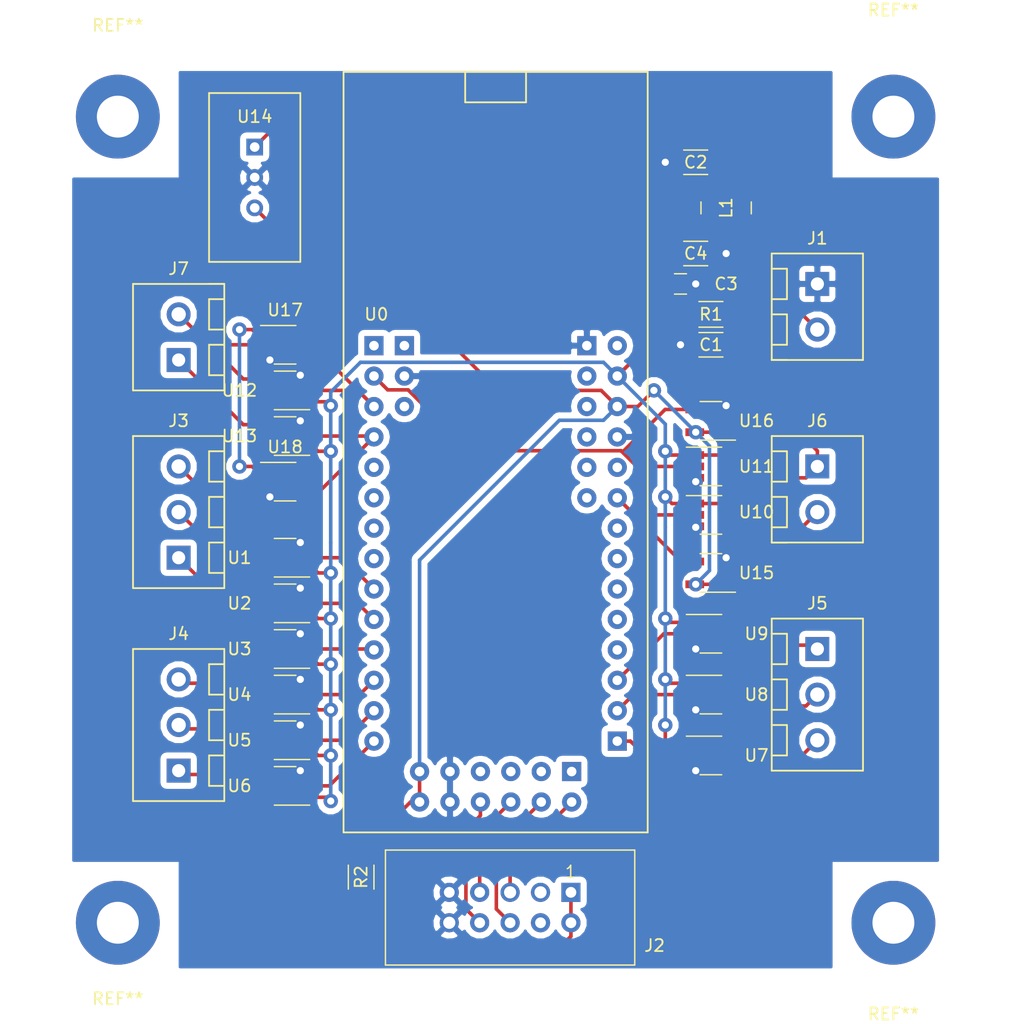
<source format=kicad_pcb>
(kicad_pcb (version 20171130) (host pcbnew 5.0.2-5.fc29)

  (general
    (thickness 1.6)
    (drawings 21)
    (tracks 271)
    (zones 0)
    (modules 37)
    (nets 62)
  )

  (page A4)
  (layers
    (0 F.Cu signal)
    (31 B.Cu signal)
    (32 B.Adhes user)
    (33 F.Adhes user)
    (34 B.Paste user)
    (35 F.Paste user)
    (36 B.SilkS user)
    (37 F.SilkS user)
    (38 B.Mask user)
    (39 F.Mask user)
    (40 Dwgs.User user)
    (41 Cmts.User user)
    (42 Eco1.User user)
    (43 Eco2.User user)
    (44 Edge.Cuts user)
    (45 Margin user)
    (46 B.CrtYd user)
    (47 F.CrtYd user)
    (48 B.Fab user)
    (49 F.Fab user)
  )

  (setup
    (last_trace_width 0.3)
    (trace_clearance 0.2)
    (zone_clearance 0.508)
    (zone_45_only no)
    (trace_min 0.2)
    (segment_width 0.2)
    (edge_width 0.15)
    (via_size 1.2)
    (via_drill 0.6)
    (via_min_size 1.2)
    (via_min_drill 0.6)
    (uvia_size 0.3)
    (uvia_drill 0.1)
    (uvias_allowed no)
    (uvia_min_size 0.2)
    (uvia_min_drill 0.1)
    (pcb_text_width 0.3)
    (pcb_text_size 1.5 1.5)
    (mod_edge_width 0.15)
    (mod_text_size 1 1)
    (mod_text_width 0.15)
    (pad_size 1.524 1.524)
    (pad_drill 0.762)
    (pad_to_mask_clearance 0.051)
    (solder_mask_min_width 0.25)
    (aux_axis_origin 90.17 39.37)
    (visible_elements FFFFEF7F)
    (pcbplotparams
      (layerselection 0x010fc_ffffffff)
      (usegerberextensions false)
      (usegerberattributes false)
      (usegerberadvancedattributes false)
      (creategerberjobfile false)
      (excludeedgelayer true)
      (linewidth 0.100000)
      (plotframeref false)
      (viasonmask false)
      (mode 1)
      (useauxorigin false)
      (hpglpennumber 1)
      (hpglpenspeed 20)
      (hpglpendiameter 15.000000)
      (psnegative false)
      (psa4output false)
      (plotreference true)
      (plotvalue true)
      (plotinvisibletext false)
      (padsonsilk false)
      (subtractmaskfromsilk false)
      (outputformat 1)
      (mirror false)
      (drillshape 1)
      (scaleselection 1)
      (outputdirectory ""))
  )

  (net 0 "")
  (net 1 "Net-(C2-Pad1)")
  (net 2 GND)
  (net 3 +5V)
  (net 4 B6_1_low_3.3)
  (net 5 B6_1_low_5)
  (net 6 B6_1_enable_5)
  (net 7 B6_1_enable_3.3)
  (net 8 B6_2_high_3.3)
  (net 9 B6_2_high_5)
  (net 10 B6_2_low_5)
  (net 11 B6_2_low_3.3)
  (net 12 B6_2_enable_3.3)
  (net 13 B6_2_enable_5)
  (net 14 B6_3_high_5)
  (net 15 B6_3_high_3.3)
  (net 16 B6_1_high_3.3)
  (net 17 B6_1_high_5)
  (net 18 B6_3_enable_5)
  (net 19 B6_3_enable_3.3)
  (net 20 "Net-(J2-Pad1)")
  (net 21 +3V3)
  (net 22 "Net-(C1-Pad1)")
  (net 23 "Net-(J2-Pad3)")
  (net 24 "Net-(J2-Pad4)")
  (net 25 SPI_RPI_cs)
  (net 26 SPI_RPI_clk)
  (net 27 SPI_RPI_mosi)
  (net 28 SPI_RPI_miso)
  (net 29 B6_3_low_5)
  (net 30 "Net-(U0-Pad406)")
  (net 31 "Net-(U0-Pad405)")
  (net 32 "Net-(U0-Pad404)")
  (net 33 "Net-(U0-Pad403)")
  (net 34 "Net-(U0-Pad402)")
  (net 35 "Net-(U0-Pad205)")
  (net 36 "Net-(U0-Pad206)")
  (net 37 "Net-(U0-Pad207)")
  (net 38 "Net-(U0-Pad208)")
  (net 39 "Net-(U0-Pad210)")
  (net 40 "Net-(U0-Pad214)")
  (net 41 B6_3_low_3.3)
  (net 42 "Net-(U0-Pad204)")
  (net 43 "Net-(U0-Pad601)")
  (net 44 "Net-(U0-Pad602)")
  (net 45 "Net-(U0-Pad603)")
  (net 46 "Net-(U0-Pad604)")
  (net 47 "Net-(U0-Pad303)")
  (net 48 "Net-(U0-Pad301)")
  (net 49 "Net-(U0-Pad101)")
  (net 50 "Net-(U0-Pad105)")
  (net 51 "Net-(U0-Pad106)")
  (net 52 "Net-(U0-Pad107)")
  (net 53 "Net-(U0-Pad108)")
  (net 54 end_switch_1_3.3)
  (net 55 end_switch_1_5)
  (net 56 end_switch_2_5)
  (net 57 end_switch_2_3.3)
  (net 58 encoder_1_3.3)
  (net 59 encoder_1_5)
  (net 60 encoder_2_5)
  (net 61 encoder_2_3.3)

  (net_class Default "This is the default net class."
    (clearance 0.2)
    (trace_width 0.3)
    (via_dia 1.2)
    (via_drill 0.6)
    (uvia_dia 0.3)
    (uvia_drill 0.1)
    (add_net +3V3)
    (add_net +5V)
    (add_net B6_1_enable_3.3)
    (add_net B6_1_enable_5)
    (add_net B6_1_high_3.3)
    (add_net B6_1_high_5)
    (add_net B6_1_low_3.3)
    (add_net B6_1_low_5)
    (add_net B6_2_enable_3.3)
    (add_net B6_2_enable_5)
    (add_net B6_2_high_3.3)
    (add_net B6_2_high_5)
    (add_net B6_2_low_3.3)
    (add_net B6_2_low_5)
    (add_net B6_3_enable_3.3)
    (add_net B6_3_enable_5)
    (add_net B6_3_high_3.3)
    (add_net B6_3_high_5)
    (add_net B6_3_low_3.3)
    (add_net B6_3_low_5)
    (add_net GND)
    (add_net "Net-(C1-Pad1)")
    (add_net "Net-(C2-Pad1)")
    (add_net "Net-(J2-Pad1)")
    (add_net "Net-(J2-Pad3)")
    (add_net "Net-(J2-Pad4)")
    (add_net "Net-(U0-Pad101)")
    (add_net "Net-(U0-Pad105)")
    (add_net "Net-(U0-Pad106)")
    (add_net "Net-(U0-Pad107)")
    (add_net "Net-(U0-Pad108)")
    (add_net "Net-(U0-Pad204)")
    (add_net "Net-(U0-Pad205)")
    (add_net "Net-(U0-Pad206)")
    (add_net "Net-(U0-Pad207)")
    (add_net "Net-(U0-Pad208)")
    (add_net "Net-(U0-Pad210)")
    (add_net "Net-(U0-Pad214)")
    (add_net "Net-(U0-Pad301)")
    (add_net "Net-(U0-Pad303)")
    (add_net "Net-(U0-Pad402)")
    (add_net "Net-(U0-Pad403)")
    (add_net "Net-(U0-Pad404)")
    (add_net "Net-(U0-Pad405)")
    (add_net "Net-(U0-Pad406)")
    (add_net "Net-(U0-Pad601)")
    (add_net "Net-(U0-Pad602)")
    (add_net "Net-(U0-Pad603)")
    (add_net "Net-(U0-Pad604)")
    (add_net SPI_RPI_clk)
    (add_net SPI_RPI_cs)
    (add_net SPI_RPI_miso)
    (add_net SPI_RPI_mosi)
    (add_net encoder_1_3.3)
    (add_net encoder_1_5)
    (add_net encoder_2_3.3)
    (add_net encoder_2_5)
    (add_net end_switch_1_3.3)
    (add_net end_switch_1_5)
    (add_net end_switch_2_3.3)
    (add_net end_switch_2_5)
  )

  (module MountingHole:MountingHole_3.5mm_Pad (layer F.Cu) (tedit 5CC99ACC) (tstamp 5CEB5692)
    (at 156.21 40.64)
    (descr "Mounting Hole 3.5mm")
    (tags "mounting hole 3.5mm")
    (attr virtual)
    (fp_text reference REF** (at 0 -8.89) (layer F.SilkS)
      (effects (font (size 1 1) (thickness 0.15)))
    )
    (fp_text value MountingHole_3.5mm_Pad (at 0 4.5) (layer F.Fab)
      (effects (font (size 1 1) (thickness 0.15)))
    )
    (fp_text user %R (at 0.3 0) (layer F.Fab)
      (effects (font (size 1 1) (thickness 0.15)))
    )
    (fp_circle (center 0 0) (end 3.5 0) (layer Cmts.User) (width 0.15))
    (fp_circle (center 0 0) (end 3.75 0) (layer F.CrtYd) (width 0.05))
    (pad 1 thru_hole circle (at 0 0) (size 7 7) (drill 3.5) (layers *.Cu *.Mask))
  )

  (module MountingHole:MountingHole_3.5mm_Pad (layer F.Cu) (tedit 56D1B4CB) (tstamp 5CEB5692)
    (at 91.44 40.64)
    (descr "Mounting Hole 3.5mm")
    (tags "mounting hole 3.5mm")
    (attr virtual)
    (fp_text reference REF** (at 0 -7.62) (layer F.SilkS)
      (effects (font (size 1 1) (thickness 0.15)))
    )
    (fp_text value MountingHole_3.5mm_Pad (at 0 4.5) (layer F.Fab)
      (effects (font (size 1 1) (thickness 0.15)))
    )
    (fp_text user %R (at 0.3 0) (layer F.Fab)
      (effects (font (size 1 1) (thickness 0.15)))
    )
    (fp_circle (center 0 0) (end 3.5 0) (layer Cmts.User) (width 0.15))
    (fp_circle (center 0 0) (end 3.75 0) (layer F.CrtYd) (width 0.05))
    (pad 1 thru_hole circle (at 0 0) (size 7 7) (drill 3.5) (layers *.Cu *.Mask))
  )

  (module CmpCst:SOT-23-5_Handsoldering (layer F.Cu) (tedit 58930380) (tstamp 5CDF0C97)
    (at 140.97 78.74 180)
    (descr "6-pin SOT-23 package, Handsoldering")
    (tags "SOT-23-6 Handsoldering")
    (path /5CCA6712)
    (attr smd)
    (fp_text reference U15 (at -3.81 0 180) (layer F.SilkS)
      (effects (font (size 1 1) (thickness 0.15)))
    )
    (fp_text value SN74LV1T126 (at 0 2.9 180) (layer F.Fab)
      (effects (font (size 1 1) (thickness 0.15)))
    )
    (fp_line (start 0.9 -1.55) (end 0.9 1.55) (layer F.Fab) (width 0.1))
    (fp_line (start 0.9 1.55) (end -0.9 1.55) (layer F.Fab) (width 0.1))
    (fp_line (start -0.9 -1.05) (end -0.9 1.55) (layer F.Fab) (width 0.1))
    (fp_line (start 0.9 -1.55) (end -0.4 -1.55) (layer F.Fab) (width 0.1))
    (fp_line (start -0.4 -1.55) (end -0.9 -1.05) (layer F.Fab) (width 0.1))
    (fp_line (start -2.4 -1.8) (end 2.4 -1.8) (layer F.CrtYd) (width 0.05))
    (fp_line (start 2.4 -1.8) (end 2.4 1.8) (layer F.CrtYd) (width 0.05))
    (fp_line (start 2.4 1.8) (end -2.4 1.8) (layer F.CrtYd) (width 0.05))
    (fp_line (start -2.4 1.8) (end -2.4 -1.8) (layer F.CrtYd) (width 0.05))
    (fp_line (start 0.9 -1.61) (end -2.05 -1.61) (layer F.SilkS) (width 0.12))
    (fp_line (start -0.9 1.61) (end 0.9 1.61) (layer F.SilkS) (width 0.12))
    (pad 5 smd rect (at 1.35 -0.95 180) (size 1.56 0.65) (layers F.Cu F.Paste F.Mask)
      (net 21 +3V3))
    (pad 4 smd rect (at 1.35 0.95 180) (size 1.56 0.65) (layers F.Cu F.Paste F.Mask)
      (net 54 end_switch_1_3.3))
    (pad 3 smd rect (at -1.35 0.95 180) (size 1.56 0.65) (layers F.Cu F.Paste F.Mask)
      (net 2 GND))
    (pad 2 smd rect (at -1.35 0 180) (size 1.56 0.65) (layers F.Cu F.Paste F.Mask)
      (net 55 end_switch_1_5))
    (pad 1 smd rect (at -1.35 -0.95 180) (size 1.56 0.65) (layers F.Cu F.Paste F.Mask)
      (net 21 +3V3))
    (model TO_SOT_Packages_SMD.3dshapes/SOT-23-6.wrl
      (at (xyz 0 0 0))
      (scale (xyz 1 1 1))
      (rotate (xyz 0 0 0))
    )
  )

  (module CmpCst:SOT-23-5_Handsoldering (layer F.Cu) (tedit 58930380) (tstamp 5CDF0C83)
    (at 140.97 66.04 180)
    (descr "6-pin SOT-23 package, Handsoldering")
    (tags "SOT-23-6 Handsoldering")
    (path /5CCCED40)
    (attr smd)
    (fp_text reference U16 (at -3.81 0 180) (layer F.SilkS)
      (effects (font (size 1 1) (thickness 0.15)))
    )
    (fp_text value SN74LV1T126 (at 0 2.9 180) (layer F.Fab)
      (effects (font (size 1 1) (thickness 0.15)))
    )
    (fp_line (start -0.9 1.61) (end 0.9 1.61) (layer F.SilkS) (width 0.12))
    (fp_line (start 0.9 -1.61) (end -2.05 -1.61) (layer F.SilkS) (width 0.12))
    (fp_line (start -2.4 1.8) (end -2.4 -1.8) (layer F.CrtYd) (width 0.05))
    (fp_line (start 2.4 1.8) (end -2.4 1.8) (layer F.CrtYd) (width 0.05))
    (fp_line (start 2.4 -1.8) (end 2.4 1.8) (layer F.CrtYd) (width 0.05))
    (fp_line (start -2.4 -1.8) (end 2.4 -1.8) (layer F.CrtYd) (width 0.05))
    (fp_line (start -0.4 -1.55) (end -0.9 -1.05) (layer F.Fab) (width 0.1))
    (fp_line (start 0.9 -1.55) (end -0.4 -1.55) (layer F.Fab) (width 0.1))
    (fp_line (start -0.9 -1.05) (end -0.9 1.55) (layer F.Fab) (width 0.1))
    (fp_line (start 0.9 1.55) (end -0.9 1.55) (layer F.Fab) (width 0.1))
    (fp_line (start 0.9 -1.55) (end 0.9 1.55) (layer F.Fab) (width 0.1))
    (pad 1 smd rect (at -1.35 -0.95 180) (size 1.56 0.65) (layers F.Cu F.Paste F.Mask)
      (net 21 +3V3))
    (pad 2 smd rect (at -1.35 0 180) (size 1.56 0.65) (layers F.Cu F.Paste F.Mask)
      (net 56 end_switch_2_5))
    (pad 3 smd rect (at -1.35 0.95 180) (size 1.56 0.65) (layers F.Cu F.Paste F.Mask)
      (net 2 GND))
    (pad 4 smd rect (at 1.35 0.95 180) (size 1.56 0.65) (layers F.Cu F.Paste F.Mask)
      (net 57 end_switch_2_3.3))
    (pad 5 smd rect (at 1.35 -0.95 180) (size 1.56 0.65) (layers F.Cu F.Paste F.Mask)
      (net 21 +3V3))
    (model TO_SOT_Packages_SMD.3dshapes/SOT-23-6.wrl
      (at (xyz 0 0 0))
      (scale (xyz 1 1 1))
      (rotate (xyz 0 0 0))
    )
  )

  (module CmpCst:SOT-23-5_Handsoldering (layer F.Cu) (tedit 58930380) (tstamp 5CDF0C6F)
    (at 105.41 59.69)
    (descr "6-pin SOT-23 package, Handsoldering")
    (tags "SOT-23-6 Handsoldering")
    (path /5CCE05A2)
    (attr smd)
    (fp_text reference U17 (at 0 -2.9) (layer F.SilkS)
      (effects (font (size 1 1) (thickness 0.15)))
    )
    (fp_text value SN74LV1T126 (at 0 2.9) (layer F.Fab)
      (effects (font (size 1 1) (thickness 0.15)))
    )
    (fp_line (start 0.9 -1.55) (end 0.9 1.55) (layer F.Fab) (width 0.1))
    (fp_line (start 0.9 1.55) (end -0.9 1.55) (layer F.Fab) (width 0.1))
    (fp_line (start -0.9 -1.05) (end -0.9 1.55) (layer F.Fab) (width 0.1))
    (fp_line (start 0.9 -1.55) (end -0.4 -1.55) (layer F.Fab) (width 0.1))
    (fp_line (start -0.4 -1.55) (end -0.9 -1.05) (layer F.Fab) (width 0.1))
    (fp_line (start -2.4 -1.8) (end 2.4 -1.8) (layer F.CrtYd) (width 0.05))
    (fp_line (start 2.4 -1.8) (end 2.4 1.8) (layer F.CrtYd) (width 0.05))
    (fp_line (start 2.4 1.8) (end -2.4 1.8) (layer F.CrtYd) (width 0.05))
    (fp_line (start -2.4 1.8) (end -2.4 -1.8) (layer F.CrtYd) (width 0.05))
    (fp_line (start 0.9 -1.61) (end -2.05 -1.61) (layer F.SilkS) (width 0.12))
    (fp_line (start -0.9 1.61) (end 0.9 1.61) (layer F.SilkS) (width 0.12))
    (pad 5 smd rect (at 1.35 -0.95) (size 1.56 0.65) (layers F.Cu F.Paste F.Mask)
      (net 21 +3V3))
    (pad 4 smd rect (at 1.35 0.95) (size 1.56 0.65) (layers F.Cu F.Paste F.Mask)
      (net 58 encoder_1_3.3))
    (pad 3 smd rect (at -1.35 0.95) (size 1.56 0.65) (layers F.Cu F.Paste F.Mask)
      (net 2 GND))
    (pad 2 smd rect (at -1.35 0) (size 1.56 0.65) (layers F.Cu F.Paste F.Mask)
      (net 59 encoder_1_5))
    (pad 1 smd rect (at -1.35 -0.95) (size 1.56 0.65) (layers F.Cu F.Paste F.Mask)
      (net 21 +3V3))
    (model TO_SOT_Packages_SMD.3dshapes/SOT-23-6.wrl
      (at (xyz 0 0 0))
      (scale (xyz 1 1 1))
      (rotate (xyz 0 0 0))
    )
  )

  (module CmpCst:SOT-23-5_Handsoldering (layer F.Cu) (tedit 58930380) (tstamp 5CDF0C5B)
    (at 105.41 71.12)
    (descr "6-pin SOT-23 package, Handsoldering")
    (tags "SOT-23-6 Handsoldering")
    (path /5CCF49AA)
    (attr smd)
    (fp_text reference U18 (at 0 -2.9) (layer F.SilkS)
      (effects (font (size 1 1) (thickness 0.15)))
    )
    (fp_text value SN74LV1T126 (at 0 2.9) (layer F.Fab)
      (effects (font (size 1 1) (thickness 0.15)))
    )
    (fp_line (start -0.9 1.61) (end 0.9 1.61) (layer F.SilkS) (width 0.12))
    (fp_line (start 0.9 -1.61) (end -2.05 -1.61) (layer F.SilkS) (width 0.12))
    (fp_line (start -2.4 1.8) (end -2.4 -1.8) (layer F.CrtYd) (width 0.05))
    (fp_line (start 2.4 1.8) (end -2.4 1.8) (layer F.CrtYd) (width 0.05))
    (fp_line (start 2.4 -1.8) (end 2.4 1.8) (layer F.CrtYd) (width 0.05))
    (fp_line (start -2.4 -1.8) (end 2.4 -1.8) (layer F.CrtYd) (width 0.05))
    (fp_line (start -0.4 -1.55) (end -0.9 -1.05) (layer F.Fab) (width 0.1))
    (fp_line (start 0.9 -1.55) (end -0.4 -1.55) (layer F.Fab) (width 0.1))
    (fp_line (start -0.9 -1.05) (end -0.9 1.55) (layer F.Fab) (width 0.1))
    (fp_line (start 0.9 1.55) (end -0.9 1.55) (layer F.Fab) (width 0.1))
    (fp_line (start 0.9 -1.55) (end 0.9 1.55) (layer F.Fab) (width 0.1))
    (pad 1 smd rect (at -1.35 -0.95) (size 1.56 0.65) (layers F.Cu F.Paste F.Mask)
      (net 21 +3V3))
    (pad 2 smd rect (at -1.35 0) (size 1.56 0.65) (layers F.Cu F.Paste F.Mask)
      (net 60 encoder_2_5))
    (pad 3 smd rect (at -1.35 0.95) (size 1.56 0.65) (layers F.Cu F.Paste F.Mask)
      (net 2 GND))
    (pad 4 smd rect (at 1.35 0.95) (size 1.56 0.65) (layers F.Cu F.Paste F.Mask)
      (net 61 encoder_2_3.3))
    (pad 5 smd rect (at 1.35 -0.95) (size 1.56 0.65) (layers F.Cu F.Paste F.Mask)
      (net 21 +3V3))
    (model TO_SOT_Packages_SMD.3dshapes/SOT-23-6.wrl
      (at (xyz 0 0 0))
      (scale (xyz 1 1 1))
      (rotate (xyz 0 0 0))
    )
  )

  (module CmpCst:C_1206_HandSoldering (layer F.Cu) (tedit 58AA84D1) (tstamp 5CDE6A5C)
    (at 139.7 52.07)
    (descr "Capacitor SMD 1206, hand soldering")
    (tags "capacitor 1206")
    (path /5CBF706B)
    (attr smd)
    (fp_text reference C4 (at 0 0) (layer F.SilkS)
      (effects (font (size 1 1) (thickness 0.15)))
    )
    (fp_text value 470uF (at 0 2) (layer F.Fab)
      (effects (font (size 1 1) (thickness 0.15)))
    )
    (fp_text user %R (at 0 -1.75) (layer F.Fab)
      (effects (font (size 1 1) (thickness 0.15)))
    )
    (fp_line (start -1.6 0.8) (end -1.6 -0.8) (layer F.Fab) (width 0.1))
    (fp_line (start 1.6 0.8) (end -1.6 0.8) (layer F.Fab) (width 0.1))
    (fp_line (start 1.6 -0.8) (end 1.6 0.8) (layer F.Fab) (width 0.1))
    (fp_line (start -1.6 -0.8) (end 1.6 -0.8) (layer F.Fab) (width 0.1))
    (fp_line (start 1 -1.02) (end -1 -1.02) (layer F.SilkS) (width 0.12))
    (fp_line (start -1 1.02) (end 1 1.02) (layer F.SilkS) (width 0.12))
    (fp_line (start -3.25 -1.05) (end 3.25 -1.05) (layer F.CrtYd) (width 0.05))
    (fp_line (start -3.25 -1.05) (end -3.25 1.05) (layer F.CrtYd) (width 0.05))
    (fp_line (start 3.25 1.05) (end 3.25 -1.05) (layer F.CrtYd) (width 0.05))
    (fp_line (start 3.25 1.05) (end -3.25 1.05) (layer F.CrtYd) (width 0.05))
    (pad 1 smd rect (at -2 0) (size 2 1.6) (layers F.Cu F.Paste F.Mask)
      (net 3 +5V))
    (pad 2 smd rect (at 2 0) (size 2 1.6) (layers F.Cu F.Paste F.Mask)
      (net 2 GND))
    (model Capacitors_SMD.3dshapes/C_1206.wrl
      (at (xyz 0 0 0))
      (scale (xyz 1 1 1))
      (rotate (xyz 0 0 0))
    )
  )

  (module CmpCst:C_1206_HandSoldering (layer F.Cu) (tedit 58AA84D1) (tstamp 5CDE5FE9)
    (at 140.97 59.69 180)
    (descr "Capacitor SMD 1206, hand soldering")
    (tags "capacitor 1206")
    (path /5CBF6FCF)
    (attr smd)
    (fp_text reference C1 (at 0 0 180) (layer F.SilkS)
      (effects (font (size 1 1) (thickness 0.15)))
    )
    (fp_text value 4.7uF (at 0 2 180) (layer F.Fab)
      (effects (font (size 1 1) (thickness 0.15)))
    )
    (fp_text user %R (at 0 0 180) (layer F.Fab)
      (effects (font (size 1 1) (thickness 0.15)))
    )
    (fp_line (start -1.6 0.8) (end -1.6 -0.8) (layer F.Fab) (width 0.1))
    (fp_line (start 1.6 0.8) (end -1.6 0.8) (layer F.Fab) (width 0.1))
    (fp_line (start 1.6 -0.8) (end 1.6 0.8) (layer F.Fab) (width 0.1))
    (fp_line (start -1.6 -0.8) (end 1.6 -0.8) (layer F.Fab) (width 0.1))
    (fp_line (start 1 -1.02) (end -1 -1.02) (layer F.SilkS) (width 0.12))
    (fp_line (start -1 1.02) (end 1 1.02) (layer F.SilkS) (width 0.12))
    (fp_line (start -3.25 -1.05) (end 3.25 -1.05) (layer F.CrtYd) (width 0.05))
    (fp_line (start -3.25 -1.05) (end -3.25 1.05) (layer F.CrtYd) (width 0.05))
    (fp_line (start 3.25 1.05) (end 3.25 -1.05) (layer F.CrtYd) (width 0.05))
    (fp_line (start 3.25 1.05) (end -3.25 1.05) (layer F.CrtYd) (width 0.05))
    (pad 1 smd rect (at -2 0 180) (size 2 1.6) (layers F.Cu F.Paste F.Mask)
      (net 22 "Net-(C1-Pad1)"))
    (pad 2 smd rect (at 2 0 180) (size 2 1.6) (layers F.Cu F.Paste F.Mask)
      (net 2 GND))
    (model Capacitors_SMD.3dshapes/C_1206.wrl
      (at (xyz 0 0 0))
      (scale (xyz 1 1 1))
      (rotate (xyz 0 0 0))
    )
  )

  (module CmpCst:RND_Terminal_2P_381 (layer F.Cu) (tedit 59A4FAA6) (tstamp 5CDE973F)
    (at 149.86 59.69 180)
    (descr "Afficheur 7 segments")
    (tags 7SEGMENT)
    (path /5CBE8D42)
    (fp_text reference J1 (at 0 8.89 180) (layer F.SilkS)
      (effects (font (size 1 1) (thickness 0.15)))
    )
    (fp_text value RND_Terminal_2P (at 0 10.16 180) (layer F.Fab)
      (effects (font (size 1 1) (thickness 0.15)))
    )
    (fp_line (start -3.81 -1.27) (end -3.81 7.62) (layer F.SilkS) (width 0.15))
    (fp_line (start 3.81 -1.27) (end 3.81 7.62) (layer F.SilkS) (width 0.15))
    (fp_line (start 3.81 7.62) (end -3.81 7.62) (layer F.SilkS) (width 0.15))
    (fp_line (start -3.81 -1.27) (end 3.81 -1.27) (layer F.SilkS) (width 0.15))
    (fp_line (start 3.81 3.81) (end 2.54 3.81) (layer F.SilkS) (width 0.15))
    (fp_line (start 2.54 3.81) (end 2.54 6.35) (layer F.SilkS) (width 0.15))
    (fp_line (start 2.54 6.35) (end 3.81 6.35) (layer F.SilkS) (width 0.15))
    (fp_line (start 3.81 0) (end 2.54 0) (layer F.SilkS) (width 0.15))
    (fp_line (start 2.54 0) (end 2.54 2.54) (layer F.SilkS) (width 0.15))
    (fp_line (start 2.54 2.54) (end 3.81 2.54) (layer F.SilkS) (width 0.15))
    (fp_line (start 2.54 -1.27) (end 3.81 -1.27) (layer F.SilkS) (width 0.15))
    (pad 2 thru_hole rect (at 0 5.08 180) (size 2 2) (drill 1.1) (layers *.Cu *.Mask)
      (net 2 GND))
    (pad 1 thru_hole circle (at 0 1.27 180) (size 2 2) (drill 1.2) (layers *.Cu *.Mask)
      (net 22 "Net-(C1-Pad1)"))
  )

  (module CmpCst:IDC_Header_Straight_10pins (layer F.Cu) (tedit 58FEEFE0) (tstamp 5CDE64A1)
    (at 129.279991 105.41 180)
    (descr "10 pins through hole IDC header")
    (tags "IDC header socket VASCH")
    (path /5CC215F2)
    (fp_text reference J2 (at -6.985 -4.445 180) (layer F.SilkS)
      (effects (font (size 1 1) (thickness 0.15)))
    )
    (fp_text value CONN_02X05 (at 5.08 5.223 180) (layer F.Fab)
      (effects (font (size 1 1) (thickness 0.15)))
    )
    (fp_line (start -5.08 -5.82) (end 15.24 -5.82) (layer F.Fab) (width 0.1))
    (fp_line (start -4.54 -5.27) (end 14.68 -5.27) (layer F.Fab) (width 0.1))
    (fp_line (start -5.08 3.28) (end 15.24 3.28) (layer F.Fab) (width 0.1))
    (fp_line (start -4.54 2.73) (end 2.83 2.73) (layer F.Fab) (width 0.1))
    (fp_line (start 7.33 2.73) (end 14.68 2.73) (layer F.Fab) (width 0.1))
    (fp_line (start 2.83 2.73) (end 2.83 3.28) (layer F.Fab) (width 0.1))
    (fp_line (start 7.33 2.73) (end 7.33 3.28) (layer F.Fab) (width 0.1))
    (fp_line (start -5.08 -5.82) (end -5.08 3.28) (layer F.Fab) (width 0.1))
    (fp_line (start -4.54 -5.27) (end -4.54 2.73) (layer F.Fab) (width 0.1))
    (fp_line (start 15.24 -5.82) (end 15.24 3.28) (layer F.Fab) (width 0.1))
    (fp_line (start 14.68 -5.27) (end 14.68 2.73) (layer F.Fab) (width 0.1))
    (fp_line (start -5.08 -5.82) (end -4.54 -5.27) (layer F.Fab) (width 0.1))
    (fp_line (start 15.24 -5.82) (end 14.68 -5.27) (layer F.Fab) (width 0.1))
    (fp_line (start -5.08 3.28) (end -4.54 2.73) (layer F.Fab) (width 0.1))
    (fp_line (start 15.24 3.28) (end 14.68 2.73) (layer F.Fab) (width 0.1))
    (fp_line (start -5.58 -6.32) (end 15.74 -6.32) (layer F.CrtYd) (width 0.05))
    (fp_line (start 15.74 -6.32) (end 15.74 3.78) (layer F.CrtYd) (width 0.05))
    (fp_line (start 15.74 3.78) (end -5.58 3.78) (layer F.CrtYd) (width 0.05))
    (fp_line (start -5.58 3.78) (end -5.58 -6.32) (layer F.CrtYd) (width 0.05))
    (fp_text user 1 (at 0.02 1.72 180) (layer F.SilkS)
      (effects (font (size 1 1) (thickness 0.12)))
    )
    (fp_line (start -5.33 -6.07) (end 15.49 -6.07) (layer F.SilkS) (width 0.12))
    (fp_line (start 15.49 -6.07) (end 15.49 3.53) (layer F.SilkS) (width 0.12))
    (fp_line (start 15.49 3.53) (end -5.33 3.53) (layer F.SilkS) (width 0.12))
    (fp_line (start -5.33 3.53) (end -5.33 -6.07) (layer F.SilkS) (width 0.12))
    (pad 1 thru_hole rect (at 0 0 180) (size 1.6 1.6) (drill 0.9) (layers *.Cu *.Mask)
      (net 20 "Net-(J2-Pad1)"))
    (pad 2 thru_hole circle (at 0 -2.54 180) (size 1.6 1.6) (drill 0.9) (layers *.Cu *.Mask)
      (net 20 "Net-(J2-Pad1)"))
    (pad 3 thru_hole circle (at 2.54 0 180) (size 1.6 1.6) (drill 1.016) (layers *.Cu *.Mask)
      (net 23 "Net-(J2-Pad3)"))
    (pad 4 thru_hole circle (at 2.54 -2.54 180) (size 1.6 1.6) (drill 0.9) (layers *.Cu *.Mask)
      (net 24 "Net-(J2-Pad4)"))
    (pad 5 thru_hole circle (at 5.08 0 180) (size 1.6 1.6) (drill 1.016) (layers *.Cu *.Mask)
      (net 25 SPI_RPI_cs))
    (pad 6 thru_hole circle (at 5.08 -2.54 180) (size 1.6 1.6) (drill 0.9) (layers *.Cu *.Mask)
      (net 26 SPI_RPI_clk))
    (pad 7 thru_hole circle (at 7.62 0 180) (size 1.6 1.6) (drill 0.9) (layers *.Cu *.Mask)
      (net 27 SPI_RPI_mosi))
    (pad 8 thru_hole circle (at 7.62 -2.54 180) (size 1.6 1.6) (drill 0.9) (layers *.Cu *.Mask)
      (net 28 SPI_RPI_miso))
    (pad 9 thru_hole circle (at 10.16 0 180) (size 1.6 1.6) (drill 0.9) (layers *.Cu *.Mask)
      (net 2 GND))
    (pad 10 thru_hole circle (at 10.16 -2.54 180) (size 1.6 1.6) (drill 1.016) (layers *.Cu *.Mask)
      (net 2 GND))
  )

  (module CmpCst:TSR_2-2450 (layer F.Cu) (tedit 5AD36676) (tstamp 5CDE55EC)
    (at 102.87 45.72 270)
    (path /5CBE9090)
    (fp_text reference U14 (at -5.08 0) (layer F.SilkS)
      (effects (font (size 1 1) (thickness 0.15)))
    )
    (fp_text value TSR_1-2433 (at 0 8.255 270) (layer F.Fab)
      (effects (font (size 1 1) (thickness 0.15)))
    )
    (fp_line (start 7.0485 -3.81) (end -7.0485 -3.81) (layer F.SilkS) (width 0.15))
    (fp_line (start -7.0485 -3.81) (end -7.0485 3.81) (layer F.SilkS) (width 0.15))
    (fp_line (start -7.0485 3.81) (end 7.0485 3.81) (layer F.SilkS) (width 0.15))
    (fp_line (start 7.0485 3.81) (end 7.0485 -3.81) (layer F.SilkS) (width 0.15))
    (pad 1 thru_hole rect (at -2.54 0 270) (size 1.4 1.4) (drill 0.8) (layers *.Cu *.Mask)
      (net 1 "Net-(C2-Pad1)"))
    (pad 3 thru_hole circle (at 2.54 0 270) (size 1.4 1.4) (drill 0.8) (layers *.Cu *.Mask)
      (net 3 +5V))
    (pad 2 thru_hole circle (at 0 0 270) (size 1.4 1.4) (drill 0.8) (layers *.Cu *.Mask)
      (net 2 GND))
  )

  (module CmpCst:RND_Terminal_2P_381 (layer F.Cu) (tedit 59A4FAA6) (tstamp 5CDEBAAE)
    (at 149.86 74.93 180)
    (descr "Afficheur 7 segments")
    (tags 7SEGMENT)
    (path /5CC794C1)
    (fp_text reference J6 (at 0 8.89 180) (layer F.SilkS)
      (effects (font (size 1 1) (thickness 0.15)))
    )
    (fp_text value RND_Terminal_2P (at 0 10.16 180) (layer F.Fab)
      (effects (font (size 1 1) (thickness 0.15)))
    )
    (fp_line (start 2.54 -1.27) (end 3.81 -1.27) (layer F.SilkS) (width 0.15))
    (fp_line (start 2.54 2.54) (end 3.81 2.54) (layer F.SilkS) (width 0.15))
    (fp_line (start 2.54 0) (end 2.54 2.54) (layer F.SilkS) (width 0.15))
    (fp_line (start 3.81 0) (end 2.54 0) (layer F.SilkS) (width 0.15))
    (fp_line (start 2.54 6.35) (end 3.81 6.35) (layer F.SilkS) (width 0.15))
    (fp_line (start 2.54 3.81) (end 2.54 6.35) (layer F.SilkS) (width 0.15))
    (fp_line (start 3.81 3.81) (end 2.54 3.81) (layer F.SilkS) (width 0.15))
    (fp_line (start -3.81 -1.27) (end 3.81 -1.27) (layer F.SilkS) (width 0.15))
    (fp_line (start 3.81 7.62) (end -3.81 7.62) (layer F.SilkS) (width 0.15))
    (fp_line (start 3.81 -1.27) (end 3.81 7.62) (layer F.SilkS) (width 0.15))
    (fp_line (start -3.81 -1.27) (end -3.81 7.62) (layer F.SilkS) (width 0.15))
    (pad 1 thru_hole circle (at 0 1.27 180) (size 2 2) (drill 1.2) (layers *.Cu *.Mask)
      (net 55 end_switch_1_5))
    (pad 2 thru_hole rect (at 0 5.08 180) (size 2 2) (drill 1.1) (layers *.Cu *.Mask)
      (net 56 end_switch_2_5))
  )

  (module CmpCst:RND_Terminal_2P_381 (layer F.Cu) (tedit 59A4FAA6) (tstamp 5CDEBA9D)
    (at 96.52 55.88)
    (descr "Afficheur 7 segments")
    (tags 7SEGMENT)
    (path /5CC7966D)
    (fp_text reference J7 (at 0 -2.54) (layer F.SilkS)
      (effects (font (size 1 1) (thickness 0.15)))
    )
    (fp_text value RND_Terminal_2P (at 0 10.16) (layer F.Fab)
      (effects (font (size 1 1) (thickness 0.15)))
    )
    (fp_line (start -3.81 -1.27) (end -3.81 7.62) (layer F.SilkS) (width 0.15))
    (fp_line (start 3.81 -1.27) (end 3.81 7.62) (layer F.SilkS) (width 0.15))
    (fp_line (start 3.81 7.62) (end -3.81 7.62) (layer F.SilkS) (width 0.15))
    (fp_line (start -3.81 -1.27) (end 3.81 -1.27) (layer F.SilkS) (width 0.15))
    (fp_line (start 3.81 3.81) (end 2.54 3.81) (layer F.SilkS) (width 0.15))
    (fp_line (start 2.54 3.81) (end 2.54 6.35) (layer F.SilkS) (width 0.15))
    (fp_line (start 2.54 6.35) (end 3.81 6.35) (layer F.SilkS) (width 0.15))
    (fp_line (start 3.81 0) (end 2.54 0) (layer F.SilkS) (width 0.15))
    (fp_line (start 2.54 0) (end 2.54 2.54) (layer F.SilkS) (width 0.15))
    (fp_line (start 2.54 2.54) (end 3.81 2.54) (layer F.SilkS) (width 0.15))
    (fp_line (start 2.54 -1.27) (end 3.81 -1.27) (layer F.SilkS) (width 0.15))
    (pad 2 thru_hole rect (at 0 5.08) (size 2 2) (drill 1.1) (layers *.Cu *.Mask)
      (net 60 encoder_2_5))
    (pad 1 thru_hole circle (at 0 1.27) (size 2 2) (drill 1.2) (layers *.Cu *.Mask)
      (net 59 encoder_1_5))
  )

  (module CmpCst:SOT-23-5_Handsoldering (layer F.Cu) (tedit 58930380) (tstamp 5CDEA6EB)
    (at 140.97 88.9)
    (descr "6-pin SOT-23 package, Handsoldering")
    (tags "SOT-23-6 Handsoldering")
    (path /5CBDE82E)
    (attr smd)
    (fp_text reference U8 (at 3.81 0) (layer F.SilkS)
      (effects (font (size 1 1) (thickness 0.15)))
    )
    (fp_text value SN74LV1T126 (at 0 2.9) (layer F.Fab)
      (effects (font (size 1 1) (thickness 0.15)))
    )
    (fp_line (start -0.9 1.61) (end 0.9 1.61) (layer F.SilkS) (width 0.12))
    (fp_line (start 0.9 -1.61) (end -2.05 -1.61) (layer F.SilkS) (width 0.12))
    (fp_line (start -2.4 1.8) (end -2.4 -1.8) (layer F.CrtYd) (width 0.05))
    (fp_line (start 2.4 1.8) (end -2.4 1.8) (layer F.CrtYd) (width 0.05))
    (fp_line (start 2.4 -1.8) (end 2.4 1.8) (layer F.CrtYd) (width 0.05))
    (fp_line (start -2.4 -1.8) (end 2.4 -1.8) (layer F.CrtYd) (width 0.05))
    (fp_line (start -0.4 -1.55) (end -0.9 -1.05) (layer F.Fab) (width 0.1))
    (fp_line (start 0.9 -1.55) (end -0.4 -1.55) (layer F.Fab) (width 0.1))
    (fp_line (start -0.9 -1.05) (end -0.9 1.55) (layer F.Fab) (width 0.1))
    (fp_line (start 0.9 1.55) (end -0.9 1.55) (layer F.Fab) (width 0.1))
    (fp_line (start 0.9 -1.55) (end 0.9 1.55) (layer F.Fab) (width 0.1))
    (pad 1 smd rect (at -1.35 -0.95) (size 1.56 0.65) (layers F.Cu F.Paste F.Mask)
      (net 3 +5V))
    (pad 2 smd rect (at -1.35 0) (size 1.56 0.65) (layers F.Cu F.Paste F.Mask)
      (net 41 B6_3_low_3.3))
    (pad 3 smd rect (at -1.35 0.95) (size 1.56 0.65) (layers F.Cu F.Paste F.Mask)
      (net 2 GND))
    (pad 4 smd rect (at 1.35 0.95) (size 1.56 0.65) (layers F.Cu F.Paste F.Mask)
      (net 29 B6_3_low_5))
    (pad 5 smd rect (at 1.35 -0.95) (size 1.56 0.65) (layers F.Cu F.Paste F.Mask)
      (net 3 +5V))
    (model TO_SOT_Packages_SMD.3dshapes/SOT-23-6.wrl
      (at (xyz 0 0 0))
      (scale (xyz 1 1 1))
      (rotate (xyz 0 0 0))
    )
  )

  (module CmpCst:L_Wuerth_4020_Handsoldering (layer F.Cu) (tedit 5AD3287B) (tstamp 5CDE9FD8)
    (at 142.24 48.26 270)
    (descr "Inductor, Wuerth Elektronik, Wuerth_MAPI-4020, 4.0mmx4.0mm")
    (tags "inductor Wuerth smd")
    (path /5CBE9127)
    (attr smd)
    (fp_text reference L1 (at 0 0 270) (layer F.SilkS)
      (effects (font (size 1 1) (thickness 0.15)))
    )
    (fp_text value 10uH (at 0 3.35 270) (layer F.Fab)
      (effects (font (size 1 1) (thickness 0.15)))
    )
    (fp_text user %R (at 0 0 270) (layer F.Fab)
      (effects (font (size 0.8 0.8) (thickness 0.15)))
    )
    (fp_line (start -2 -2) (end -2 2) (layer F.Fab) (width 0.1))
    (fp_line (start -2 2) (end 2 2) (layer F.Fab) (width 0.1))
    (fp_line (start 2 2) (end 2 -2) (layer F.Fab) (width 0.1))
    (fp_line (start 2 -2) (end -2 -2) (layer F.Fab) (width 0.1))
    (fp_line (start -2 -2.2) (end -2 2.2) (layer F.CrtYd) (width 0.05))
    (fp_line (start -2 2.2) (end 2 2.2) (layer F.CrtYd) (width 0.05))
    (fp_line (start 2 2.2) (end 2 -2.2) (layer F.CrtYd) (width 0.05))
    (fp_line (start 2 -2.2) (end -2 -2.2) (layer F.CrtYd) (width 0.05))
    (fp_line (start -0.495 -2.1) (end 0.495 -2.1) (layer F.SilkS) (width 0.12))
    (fp_line (start -0.495 2.1) (end 0.495 2.1) (layer F.SilkS) (width 0.12))
    (pad 1 smd rect (at -1.55 0 270) (size 1.2 3.3) (layers F.Cu F.Paste F.Mask)
      (net 1 "Net-(C2-Pad1)"))
    (pad 2 smd rect (at 1.55 0 270) (size 1.2 3.3) (layers F.Cu F.Paste F.Mask)
      (net 22 "Net-(C1-Pad1)"))
    (model ${KISYS3DMOD}/Inductors_SMD.3dshapes/L_Wuerth_MAPI-4020.wrl
      (at (xyz 0 0 0))
      (scale (xyz 1 1 1))
      (rotate (xyz 0 0 0))
    )
  )

  (module CmpCst:C_0805_HandSoldering (layer F.Cu) (tedit 58AA84A8) (tstamp 5CDE90A0)
    (at 138.43 54.61)
    (descr "Capacitor SMD 0805, hand soldering")
    (tags "capacitor 0805")
    (path /5CBF70F8)
    (attr smd)
    (fp_text reference C3 (at 3.81 0) (layer F.SilkS)
      (effects (font (size 1 1) (thickness 0.15)))
    )
    (fp_text value 100nF (at 0 1.75) (layer F.Fab)
      (effects (font (size 1 1) (thickness 0.15)))
    )
    (fp_text user %R (at 0 -1.75) (layer F.Fab)
      (effects (font (size 1 1) (thickness 0.15)))
    )
    (fp_line (start -1 0.62) (end -1 -0.62) (layer F.Fab) (width 0.1))
    (fp_line (start 1 0.62) (end -1 0.62) (layer F.Fab) (width 0.1))
    (fp_line (start 1 -0.62) (end 1 0.62) (layer F.Fab) (width 0.1))
    (fp_line (start -1 -0.62) (end 1 -0.62) (layer F.Fab) (width 0.1))
    (fp_line (start 0.5 -0.85) (end -0.5 -0.85) (layer F.SilkS) (width 0.12))
    (fp_line (start -0.5 0.85) (end 0.5 0.85) (layer F.SilkS) (width 0.12))
    (fp_line (start -2.25 -0.88) (end 2.25 -0.88) (layer F.CrtYd) (width 0.05))
    (fp_line (start -2.25 -0.88) (end -2.25 0.87) (layer F.CrtYd) (width 0.05))
    (fp_line (start 2.25 0.87) (end 2.25 -0.88) (layer F.CrtYd) (width 0.05))
    (fp_line (start 2.25 0.87) (end -2.25 0.87) (layer F.CrtYd) (width 0.05))
    (pad 1 smd rect (at -1.25 0) (size 1.5 1.25) (layers F.Cu F.Paste F.Mask)
      (net 3 +5V))
    (pad 2 smd rect (at 1.25 0) (size 1.5 1.25) (layers F.Cu F.Paste F.Mask)
      (net 2 GND))
    (model Capacitors_SMD.3dshapes/C_0805.wrl
      (at (xyz 0 0 0))
      (scale (xyz 1 1 1))
      (rotate (xyz 0 0 0))
    )
  )

  (module CmpCst:MAX1000 (layer F.Cu) (tedit 59F56B48) (tstamp 5CDE8829)
    (at 112.830017 59.765001 90)
    (descr "20-lead though-hole mounted DIP package, row spacing 7.62 mm (300 mils)")
    (tags "THT DIP DIL PDIP 2.54mm 7.62mm 300mil")
    (path /5CBDB71A)
    (fp_text reference U0 (at 2.615001 0.199983 180) (layer F.SilkS)
      (effects (font (size 1 1) (thickness 0.15)))
    )
    (fp_text value MAX1000 (at 3.81 25.19 90) (layer F.Fab)
      (effects (font (size 1 1) (thickness 0.15)))
    )
    (fp_line (start 22.86 7.62) (end 20.32 7.62) (layer F.SilkS) (width 0.15))
    (fp_line (start 20.32 7.62) (end 20.32 12.7) (layer F.SilkS) (width 0.15))
    (fp_line (start 20.32 12.7) (end 22.86 12.7) (layer F.SilkS) (width 0.15))
    (fp_line (start -40.64 -2.54) (end -40.64 22.86) (layer F.SilkS) (width 0.15))
    (fp_line (start -40.64 22.86) (end 22.86 22.86) (layer F.SilkS) (width 0.15))
    (fp_line (start 22.86 22.86) (end 22.86 -2.54) (layer F.SilkS) (width 0.15))
    (fp_line (start 22.86 -2.54) (end -40.64 -2.54) (layer F.SilkS) (width 0.15))
    (fp_text user %R (at -5.08 -7.62 90) (layer F.Fab)
      (effects (font (size 1 1) (thickness 0.15)))
    )
    (pad 211 thru_hole oval (at -7.62 20.32 90) (size 1.6 1.6) (drill 0.8) (layers *.Cu *.Mask)
      (net 2 GND))
    (pad 406 thru_hole oval (at -12.7 17.78 90) (size 1.6 1.6) (drill 0.8) (layers *.Cu *.Mask)
      (net 30 "Net-(U0-Pad406)"))
    (pad 405 thru_hole oval (at -10.16 17.78 90) (size 1.6 1.6) (drill 0.8) (layers *.Cu *.Mask)
      (net 31 "Net-(U0-Pad405)"))
    (pad 404 thru_hole oval (at -7.62 17.78 90) (size 1.6 1.6) (drill 0.8) (layers *.Cu *.Mask)
      (net 32 "Net-(U0-Pad404)"))
    (pad 403 thru_hole oval (at -5.08 17.78 90) (size 1.6 1.6) (drill 0.8) (layers *.Cu *.Mask)
      (net 33 "Net-(U0-Pad403)"))
    (pad 402 thru_hole oval (at -2.54 17.78 90) (size 1.6 1.6) (drill 0.8) (layers *.Cu *.Mask)
      (net 34 "Net-(U0-Pad402)"))
    (pad 401 thru_hole rect (at 0 17.78 90) (size 1.6 1.6) (drill 0.8) (layers *.Cu *.Mask)
      (net 2 GND))
    (pad 205 thru_hole oval (at -22.86 20.32 90) (size 1.6 1.6) (drill 0.8) (layers *.Cu *.Mask)
      (net 35 "Net-(U0-Pad205)"))
    (pad 206 thru_hole oval (at -20.32 20.32 90) (size 1.6 1.6) (drill 0.8) (layers *.Cu *.Mask)
      (net 36 "Net-(U0-Pad206)"))
    (pad 207 thru_hole oval (at -17.78 20.32 90) (size 1.6 1.6) (drill 0.8) (layers *.Cu *.Mask)
      (net 37 "Net-(U0-Pad207)"))
    (pad 208 thru_hole oval (at -15.24 20.32 90) (size 1.6 1.6) (drill 0.8) (layers *.Cu *.Mask)
      (net 38 "Net-(U0-Pad208)"))
    (pad 209 thru_hole oval (at -12.7 20.32 90) (size 1.6 1.6) (drill 0.8) (layers *.Cu *.Mask)
      (net 54 end_switch_1_3.3))
    (pad 210 thru_hole oval (at -10.16 20.32 90) (size 1.6 1.6) (drill 0.8) (layers *.Cu *.Mask)
      (net 39 "Net-(U0-Pad210)"))
    (pad 214 thru_hole oval (at 0 20.32 90) (size 1.6 1.6) (drill 0.8) (layers *.Cu *.Mask)
      (net 40 "Net-(U0-Pad214)"))
    (pad 202 thru_hole oval (at -30.48 20.32 90) (size 1.6 1.6) (drill 0.8) (layers *.Cu *.Mask)
      (net 41 B6_3_low_3.3))
    (pad 212 thru_hole oval (at -5.08 20.32 90) (size 1.6 1.6) (drill 0.8) (layers *.Cu *.Mask)
      (net 21 +3V3))
    (pad 203 thru_hole oval (at -27.94 20.32 90) (size 1.6 1.6) (drill 0.8) (layers *.Cu *.Mask)
      (net 19 B6_3_enable_3.3))
    (pad 213 thru_hole oval (at -2.54 20.32 90) (size 1.6 1.6) (drill 0.8) (layers *.Cu *.Mask)
      (net 3 +5V))
    (pad 204 thru_hole oval (at -25.4 20.32 90) (size 1.6 1.6) (drill 0.8) (layers *.Cu *.Mask)
      (net 42 "Net-(U0-Pad204)"))
    (pad 201 thru_hole rect (at -33.02 20.32 90) (size 1.6 1.6) (drill 0.8) (layers *.Cu *.Mask)
      (net 15 B6_3_high_3.3))
    (pad 607 thru_hole oval (at -38.1 16.51 90) (size 1.6 1.6) (drill 0.8) (layers *.Cu *.Mask)
      (net 25 SPI_RPI_cs))
    (pad 612 thru_hole oval (at -38.1 3.81 90) (size 1.6 1.6) (drill 0.8) (layers *.Cu *.Mask)
      (net 21 +3V3))
    (pad 611 thru_hole oval (at -38.1 6.35 90) (size 1.6 1.6) (drill 0.8) (layers *.Cu *.Mask)
      (net 2 GND))
    (pad 610 thru_hole oval (at -38.1 8.89 90) (size 1.6 1.6) (drill 0.8) (layers *.Cu *.Mask)
      (net 28 SPI_RPI_miso))
    (pad 609 thru_hole oval (at -38.1 11.43 90) (size 1.6 1.6) (drill 0.8) (layers *.Cu *.Mask)
      (net 27 SPI_RPI_mosi))
    (pad 608 thru_hole oval (at -38.1 13.97 90) (size 1.6 1.6) (drill 0.8) (layers *.Cu *.Mask)
      (net 26 SPI_RPI_clk))
    (pad 601 thru_hole rect (at -35.56 16.51 90) (size 1.6 1.6) (drill 0.8) (layers *.Cu *.Mask)
      (net 43 "Net-(U0-Pad601)"))
    (pad 602 thru_hole oval (at -35.56 13.97 90) (size 1.6 1.6) (drill 0.8) (layers *.Cu *.Mask)
      (net 44 "Net-(U0-Pad602)"))
    (pad 603 thru_hole oval (at -35.56 11.43 90) (size 1.6 1.6) (drill 0.8) (layers *.Cu *.Mask)
      (net 45 "Net-(U0-Pad603)"))
    (pad 604 thru_hole oval (at -35.56 8.89 90) (size 1.6 1.6) (drill 0.8) (layers *.Cu *.Mask)
      (net 46 "Net-(U0-Pad604)"))
    (pad 605 thru_hole oval (at -35.56 6.35 90) (size 1.6 1.6) (drill 0.8) (layers *.Cu *.Mask)
      (net 2 GND))
    (pad 606 thru_hole oval (at -35.56 3.81 90) (size 1.6 1.6) (drill 0.8) (layers *.Cu *.Mask)
      (net 21 +3V3))
    (pad 303 thru_hole oval (at -5.08 2.54 90) (size 1.6 1.6) (drill 0.8) (layers *.Cu *.Mask)
      (net 47 "Net-(U0-Pad303)"))
    (pad 302 thru_hole oval (at -2.54 2.54 90) (size 1.6 1.6) (drill 0.8) (layers *.Cu *.Mask)
      (net 2 GND))
    (pad 301 thru_hole rect (at 0 2.54 90) (size 1.6 1.6) (drill 0.8) (layers *.Cu *.Mask)
      (net 48 "Net-(U0-Pad301)"))
    (pad 101 thru_hole rect (at 0 0 90) (size 1.6 1.6) (drill 0.8) (layers *.Cu *.Mask)
      (net 49 "Net-(U0-Pad101)"))
    (pad 111 thru_hole oval (at -25.4 0 90) (size 1.6 1.6) (drill 0.8) (layers *.Cu *.Mask)
      (net 7 B6_1_enable_3.3))
    (pad 102 thru_hole oval (at -2.54 0 90) (size 1.6 1.6) (drill 0.8) (layers *.Cu *.Mask)
      (net 57 end_switch_2_3.3))
    (pad 112 thru_hole oval (at -27.94 0 90) (size 1.6 1.6) (drill 0.8) (layers *.Cu *.Mask)
      (net 8 B6_2_high_3.3))
    (pad 103 thru_hole oval (at -5.08 0 90) (size 1.6 1.6) (drill 0.8) (layers *.Cu *.Mask)
      (net 58 encoder_1_3.3))
    (pad 113 thru_hole oval (at -30.48 0 90) (size 1.6 1.6) (drill 0.8) (layers *.Cu *.Mask)
      (net 11 B6_2_low_3.3))
    (pad 104 thru_hole oval (at -7.62 0 90) (size 1.6 1.6) (drill 0.8) (layers *.Cu *.Mask)
      (net 61 encoder_2_3.3))
    (pad 114 thru_hole oval (at -33.02 0 90) (size 1.6 1.6) (drill 0.8) (layers *.Cu *.Mask)
      (net 12 B6_2_enable_3.3))
    (pad 105 thru_hole oval (at -10.16 0 90) (size 1.6 1.6) (drill 0.8) (layers *.Cu *.Mask)
      (net 50 "Net-(U0-Pad105)"))
    (pad 106 thru_hole oval (at -12.7 0 90) (size 1.6 1.6) (drill 0.8) (layers *.Cu *.Mask)
      (net 51 "Net-(U0-Pad106)"))
    (pad 107 thru_hole oval (at -15.24 0 90) (size 1.6 1.6) (drill 0.8) (layers *.Cu *.Mask)
      (net 52 "Net-(U0-Pad107)"))
    (pad 108 thru_hole oval (at -17.78 0 90) (size 1.6 1.6) (drill 0.8) (layers *.Cu *.Mask)
      (net 53 "Net-(U0-Pad108)"))
    (pad 109 thru_hole oval (at -20.32 0 90) (size 1.6 1.6) (drill 0.8) (layers *.Cu *.Mask)
      (net 16 B6_1_high_3.3))
    (pad 110 thru_hole oval (at -22.86 0 90) (size 1.6 1.6) (drill 0.8) (layers *.Cu *.Mask)
      (net 4 B6_1_low_3.3))
    (model ${KISYS3DMOD}/Housings_DIP.3dshapes/DIP-20_W7.62mm.wrl
      (at (xyz 0 0 0))
      (scale (xyz 1 1 1))
      (rotate (xyz 0 0 0))
    )
  )

  (module CmpCst:RND_Terminal_3P_381 (layer F.Cu) (tedit 5923E306) (tstamp 5CDE80F1)
    (at 96.52 90.17)
    (descr "Afficheur 7 segments")
    (tags 7SEGMENT)
    (path /5CC542FE)
    (fp_text reference J4 (at 0 -6.35) (layer F.SilkS)
      (effects (font (size 1 1) (thickness 0.15)))
    )
    (fp_text value RND_Terminal_3P (at 0 10.16) (layer F.Fab)
      (effects (font (size 1 1) (thickness 0.15)))
    )
    (fp_line (start 3.81 -5.08) (end 3.81 7.62) (layer F.SilkS) (width 0.15))
    (fp_line (start 3.81 7.62) (end -3.81 7.62) (layer F.SilkS) (width 0.15))
    (fp_line (start -3.81 7.62) (end -3.81 -5.08) (layer F.SilkS) (width 0.15))
    (fp_line (start -3.81 -5.08) (end 3.81 -5.08) (layer F.SilkS) (width 0.15))
    (fp_line (start 3.81 3.81) (end 2.54 3.81) (layer F.SilkS) (width 0.15))
    (fp_line (start 2.54 3.81) (end 2.54 6.35) (layer F.SilkS) (width 0.15))
    (fp_line (start 2.54 6.35) (end 3.81 6.35) (layer F.SilkS) (width 0.15))
    (fp_line (start 3.81 0) (end 2.54 0) (layer F.SilkS) (width 0.15))
    (fp_line (start 2.54 0) (end 2.54 2.54) (layer F.SilkS) (width 0.15))
    (fp_line (start 2.54 2.54) (end 3.81 2.54) (layer F.SilkS) (width 0.15))
    (fp_line (start 3.81 -3.81) (end 2.54 -3.81) (layer F.SilkS) (width 0.15))
    (fp_line (start 2.54 -3.81) (end 2.54 -1.27) (layer F.SilkS) (width 0.15))
    (fp_line (start 2.54 -1.27) (end 3.81 -1.27) (layer F.SilkS) (width 0.15))
    (pad 3 thru_hole rect (at 0 5.08) (size 2 2) (drill 1.1) (layers *.Cu *.Mask)
      (net 13 B6_2_enable_5))
    (pad 1 thru_hole circle (at 0 -2.54) (size 2 2) (drill 1.2) (layers *.Cu *.Mask)
      (net 9 B6_2_high_5))
    (pad 2 thru_hole circle (at 0 1.27) (size 2 2) (drill 1.2) (layers *.Cu *.Mask)
      (net 10 B6_2_low_5))
  )

  (module CmpCst:RND_Terminal_3P_381 (layer F.Cu) (tedit 5923E306) (tstamp 5CDE80DD)
    (at 96.52 72.39)
    (descr "Afficheur 7 segments")
    (tags 7SEGMENT)
    (path /5CC51842)
    (fp_text reference J3 (at 0 -6.35) (layer F.SilkS)
      (effects (font (size 1 1) (thickness 0.15)))
    )
    (fp_text value RND_Terminal_3P (at 0 10.16) (layer F.Fab)
      (effects (font (size 1 1) (thickness 0.15)))
    )
    (fp_line (start 2.54 -1.27) (end 3.81 -1.27) (layer F.SilkS) (width 0.15))
    (fp_line (start 2.54 -3.81) (end 2.54 -1.27) (layer F.SilkS) (width 0.15))
    (fp_line (start 3.81 -3.81) (end 2.54 -3.81) (layer F.SilkS) (width 0.15))
    (fp_line (start 2.54 2.54) (end 3.81 2.54) (layer F.SilkS) (width 0.15))
    (fp_line (start 2.54 0) (end 2.54 2.54) (layer F.SilkS) (width 0.15))
    (fp_line (start 3.81 0) (end 2.54 0) (layer F.SilkS) (width 0.15))
    (fp_line (start 2.54 6.35) (end 3.81 6.35) (layer F.SilkS) (width 0.15))
    (fp_line (start 2.54 3.81) (end 2.54 6.35) (layer F.SilkS) (width 0.15))
    (fp_line (start 3.81 3.81) (end 2.54 3.81) (layer F.SilkS) (width 0.15))
    (fp_line (start -3.81 -5.08) (end 3.81 -5.08) (layer F.SilkS) (width 0.15))
    (fp_line (start -3.81 7.62) (end -3.81 -5.08) (layer F.SilkS) (width 0.15))
    (fp_line (start 3.81 7.62) (end -3.81 7.62) (layer F.SilkS) (width 0.15))
    (fp_line (start 3.81 -5.08) (end 3.81 7.62) (layer F.SilkS) (width 0.15))
    (pad 2 thru_hole circle (at 0 1.27) (size 2 2) (drill 1.2) (layers *.Cu *.Mask)
      (net 5 B6_1_low_5))
    (pad 1 thru_hole circle (at 0 -2.54) (size 2 2) (drill 1.2) (layers *.Cu *.Mask)
      (net 17 B6_1_high_5))
    (pad 3 thru_hole rect (at 0 5.08) (size 2 2) (drill 1.1) (layers *.Cu *.Mask)
      (net 6 B6_1_enable_5))
  )

  (module CmpCst:RND_Terminal_3P_381 (layer F.Cu) (tedit 5923E306) (tstamp 5CDE80C9)
    (at 149.86 90.17 180)
    (descr "Afficheur 7 segments")
    (tags 7SEGMENT)
    (path /5CC54386)
    (fp_text reference J5 (at 0 8.89 180) (layer F.SilkS)
      (effects (font (size 1 1) (thickness 0.15)))
    )
    (fp_text value RND_Terminal_3P (at 0 10.16 180) (layer F.Fab)
      (effects (font (size 1 1) (thickness 0.15)))
    )
    (fp_line (start 3.81 -5.08) (end 3.81 7.62) (layer F.SilkS) (width 0.15))
    (fp_line (start 3.81 7.62) (end -3.81 7.62) (layer F.SilkS) (width 0.15))
    (fp_line (start -3.81 7.62) (end -3.81 -5.08) (layer F.SilkS) (width 0.15))
    (fp_line (start -3.81 -5.08) (end 3.81 -5.08) (layer F.SilkS) (width 0.15))
    (fp_line (start 3.81 3.81) (end 2.54 3.81) (layer F.SilkS) (width 0.15))
    (fp_line (start 2.54 3.81) (end 2.54 6.35) (layer F.SilkS) (width 0.15))
    (fp_line (start 2.54 6.35) (end 3.81 6.35) (layer F.SilkS) (width 0.15))
    (fp_line (start 3.81 0) (end 2.54 0) (layer F.SilkS) (width 0.15))
    (fp_line (start 2.54 0) (end 2.54 2.54) (layer F.SilkS) (width 0.15))
    (fp_line (start 2.54 2.54) (end 3.81 2.54) (layer F.SilkS) (width 0.15))
    (fp_line (start 3.81 -3.81) (end 2.54 -3.81) (layer F.SilkS) (width 0.15))
    (fp_line (start 2.54 -3.81) (end 2.54 -1.27) (layer F.SilkS) (width 0.15))
    (fp_line (start 2.54 -1.27) (end 3.81 -1.27) (layer F.SilkS) (width 0.15))
    (pad 3 thru_hole rect (at 0 5.08 180) (size 2 2) (drill 1.1) (layers *.Cu *.Mask)
      (net 18 B6_3_enable_5))
    (pad 1 thru_hole circle (at 0 -2.54 180) (size 2 2) (drill 1.2) (layers *.Cu *.Mask)
      (net 14 B6_3_high_5))
    (pad 2 thru_hole circle (at 0 1.27 180) (size 2 2) (drill 1.2) (layers *.Cu *.Mask)
      (net 29 B6_3_low_5))
  )

  (module CmpCst:R_1206_HandSoldering (layer F.Cu) (tedit 58E0A804) (tstamp 5CDE721F)
    (at 140.97 57.15)
    (descr "Resistor SMD 1206, hand soldering")
    (tags "resistor 1206")
    (path /5CC21B93)
    (attr smd)
    (fp_text reference R1 (at 0 0) (layer F.SilkS)
      (effects (font (size 1 1) (thickness 0.15)))
    )
    (fp_text value OPEN (at -3.81 0 90) (layer F.Fab)
      (effects (font (size 1 1) (thickness 0.15)))
    )
    (fp_text user %R (at 0 0) (layer F.Fab)
      (effects (font (size 0.7 0.7) (thickness 0.105)))
    )
    (fp_line (start -1.6 0.8) (end -1.6 -0.8) (layer F.Fab) (width 0.1))
    (fp_line (start 1.6 0.8) (end -1.6 0.8) (layer F.Fab) (width 0.1))
    (fp_line (start 1.6 -0.8) (end 1.6 0.8) (layer F.Fab) (width 0.1))
    (fp_line (start -1.6 -0.8) (end 1.6 -0.8) (layer F.Fab) (width 0.1))
    (fp_line (start 1 1.07) (end -1 1.07) (layer F.SilkS) (width 0.12))
    (fp_line (start -1 -1.07) (end 1 -1.07) (layer F.SilkS) (width 0.12))
    (fp_line (start -3.25 -1.11) (end 3.25 -1.11) (layer F.CrtYd) (width 0.05))
    (fp_line (start -3.25 -1.11) (end -3.25 1.1) (layer F.CrtYd) (width 0.05))
    (fp_line (start 3.25 1.1) (end 3.25 -1.11) (layer F.CrtYd) (width 0.05))
    (fp_line (start 3.25 1.1) (end -3.25 1.1) (layer F.CrtYd) (width 0.05))
    (pad 1 smd rect (at -2 0) (size 2 1.7) (layers F.Cu F.Paste F.Mask)
      (net 3 +5V))
    (pad 2 smd rect (at 2 0) (size 2 1.7) (layers F.Cu F.Paste F.Mask)
      (net 22 "Net-(C1-Pad1)"))
    (model ${KISYS3DMOD}/Resistors_SMD.3dshapes/R_1206.wrl
      (at (xyz 0 0 0))
      (scale (xyz 1 1 1))
      (rotate (xyz 0 0 0))
    )
  )

  (module CmpCst:C_1206_HandSoldering (layer F.Cu) (tedit 58AA84D1) (tstamp 5CDE6A6D)
    (at 139.7 44.45 180)
    (descr "Capacitor SMD 1206, hand soldering")
    (tags "capacitor 1206")
    (path /5CBF7023)
    (attr smd)
    (fp_text reference C2 (at 0 0 180) (layer F.SilkS)
      (effects (font (size 1 1) (thickness 0.15)))
    )
    (fp_text value 4.7uF (at 0 2 180) (layer F.Fab)
      (effects (font (size 1 1) (thickness 0.15)))
    )
    (fp_line (start 3.25 1.05) (end -3.25 1.05) (layer F.CrtYd) (width 0.05))
    (fp_line (start 3.25 1.05) (end 3.25 -1.05) (layer F.CrtYd) (width 0.05))
    (fp_line (start -3.25 -1.05) (end -3.25 1.05) (layer F.CrtYd) (width 0.05))
    (fp_line (start -3.25 -1.05) (end 3.25 -1.05) (layer F.CrtYd) (width 0.05))
    (fp_line (start -1 1.02) (end 1 1.02) (layer F.SilkS) (width 0.12))
    (fp_line (start 1 -1.02) (end -1 -1.02) (layer F.SilkS) (width 0.12))
    (fp_line (start -1.6 -0.8) (end 1.6 -0.8) (layer F.Fab) (width 0.1))
    (fp_line (start 1.6 -0.8) (end 1.6 0.8) (layer F.Fab) (width 0.1))
    (fp_line (start 1.6 0.8) (end -1.6 0.8) (layer F.Fab) (width 0.1))
    (fp_line (start -1.6 0.8) (end -1.6 -0.8) (layer F.Fab) (width 0.1))
    (fp_text user %R (at 0 -1.75 180) (layer F.Fab)
      (effects (font (size 1 1) (thickness 0.15)))
    )
    (pad 2 smd rect (at 2 0 180) (size 2 1.6) (layers F.Cu F.Paste F.Mask)
      (net 2 GND))
    (pad 1 smd rect (at -2 0 180) (size 2 1.6) (layers F.Cu F.Paste F.Mask)
      (net 1 "Net-(C2-Pad1)"))
    (model Capacitors_SMD.3dshapes/C_1206.wrl
      (at (xyz 0 0 0))
      (scale (xyz 1 1 1))
      (rotate (xyz 0 0 0))
    )
  )

  (module CmpCst:R_1206_HandSoldering (layer F.Cu) (tedit 58E0A804) (tstamp 5CDE5BB0)
    (at 111.76 104.14 90)
    (descr "Resistor SMD 1206, hand soldering")
    (tags "resistor 1206")
    (path /5CC2B645)
    (attr smd)
    (fp_text reference R2 (at 0 0 90) (layer F.SilkS)
      (effects (font (size 1 1) (thickness 0.15)))
    )
    (fp_text value OPEN (at 0 1.9 90) (layer F.Fab)
      (effects (font (size 1 1) (thickness 0.15)))
    )
    (fp_text user %R (at 0 0 90) (layer F.Fab)
      (effects (font (size 0.7 0.7) (thickness 0.105)))
    )
    (fp_line (start -1.6 0.8) (end -1.6 -0.8) (layer F.Fab) (width 0.1))
    (fp_line (start 1.6 0.8) (end -1.6 0.8) (layer F.Fab) (width 0.1))
    (fp_line (start 1.6 -0.8) (end 1.6 0.8) (layer F.Fab) (width 0.1))
    (fp_line (start -1.6 -0.8) (end 1.6 -0.8) (layer F.Fab) (width 0.1))
    (fp_line (start 1 1.07) (end -1 1.07) (layer F.SilkS) (width 0.12))
    (fp_line (start -1 -1.07) (end 1 -1.07) (layer F.SilkS) (width 0.12))
    (fp_line (start -3.25 -1.11) (end 3.25 -1.11) (layer F.CrtYd) (width 0.05))
    (fp_line (start -3.25 -1.11) (end -3.25 1.1) (layer F.CrtYd) (width 0.05))
    (fp_line (start 3.25 1.1) (end 3.25 -1.11) (layer F.CrtYd) (width 0.05))
    (fp_line (start 3.25 1.1) (end -3.25 1.1) (layer F.CrtYd) (width 0.05))
    (pad 1 smd rect (at -2 0 90) (size 2 1.7) (layers F.Cu F.Paste F.Mask)
      (net 20 "Net-(J2-Pad1)"))
    (pad 2 smd rect (at 2 0 90) (size 2 1.7) (layers F.Cu F.Paste F.Mask)
      (net 21 +3V3))
    (model ${KISYS3DMOD}/Resistors_SMD.3dshapes/R_1206.wrl
      (at (xyz 0 0 0))
      (scale (xyz 1 1 1))
      (rotate (xyz 0 0 0))
    )
  )

  (module CmpCst:SOT-23-5_Handsoldering (layer F.Cu) (tedit 58930380) (tstamp 5CDE4BA9)
    (at 140.97 83.82)
    (descr "6-pin SOT-23 package, Handsoldering")
    (tags "SOT-23-6 Handsoldering")
    (path /5CBDE835)
    (attr smd)
    (fp_text reference U9 (at 3.81 0) (layer F.SilkS)
      (effects (font (size 1 1) (thickness 0.15)))
    )
    (fp_text value SN74LV1T126 (at 0 2.9) (layer F.Fab)
      (effects (font (size 1 1) (thickness 0.15)))
    )
    (fp_line (start 0.9 -1.55) (end 0.9 1.55) (layer F.Fab) (width 0.1))
    (fp_line (start 0.9 1.55) (end -0.9 1.55) (layer F.Fab) (width 0.1))
    (fp_line (start -0.9 -1.05) (end -0.9 1.55) (layer F.Fab) (width 0.1))
    (fp_line (start 0.9 -1.55) (end -0.4 -1.55) (layer F.Fab) (width 0.1))
    (fp_line (start -0.4 -1.55) (end -0.9 -1.05) (layer F.Fab) (width 0.1))
    (fp_line (start -2.4 -1.8) (end 2.4 -1.8) (layer F.CrtYd) (width 0.05))
    (fp_line (start 2.4 -1.8) (end 2.4 1.8) (layer F.CrtYd) (width 0.05))
    (fp_line (start 2.4 1.8) (end -2.4 1.8) (layer F.CrtYd) (width 0.05))
    (fp_line (start -2.4 1.8) (end -2.4 -1.8) (layer F.CrtYd) (width 0.05))
    (fp_line (start 0.9 -1.61) (end -2.05 -1.61) (layer F.SilkS) (width 0.12))
    (fp_line (start -0.9 1.61) (end 0.9 1.61) (layer F.SilkS) (width 0.12))
    (pad 5 smd rect (at 1.35 -0.95) (size 1.56 0.65) (layers F.Cu F.Paste F.Mask)
      (net 3 +5V))
    (pad 4 smd rect (at 1.35 0.95) (size 1.56 0.65) (layers F.Cu F.Paste F.Mask)
      (net 18 B6_3_enable_5))
    (pad 3 smd rect (at -1.35 0.95) (size 1.56 0.65) (layers F.Cu F.Paste F.Mask)
      (net 2 GND))
    (pad 2 smd rect (at -1.35 0) (size 1.56 0.65) (layers F.Cu F.Paste F.Mask)
      (net 19 B6_3_enable_3.3))
    (pad 1 smd rect (at -1.35 -0.95) (size 1.56 0.65) (layers F.Cu F.Paste F.Mask)
      (net 3 +5V))
    (model TO_SOT_Packages_SMD.3dshapes/SOT-23-6.wrl
      (at (xyz 0 0 0))
      (scale (xyz 1 1 1))
      (rotate (xyz 0 0 0))
    )
  )

  (module CmpCst:SOT-23-5_Handsoldering (layer F.Cu) (tedit 58930380) (tstamp 5CDE4B95)
    (at 105.41 77.47 180)
    (descr "6-pin SOT-23 package, Handsoldering")
    (tags "SOT-23-6 Handsoldering")
    (path /5CBDB7B9)
    (attr smd)
    (fp_text reference U1 (at 3.81 0 180) (layer F.SilkS)
      (effects (font (size 1 1) (thickness 0.15)))
    )
    (fp_text value SN74LV1T126 (at 0 2.9 180) (layer F.Fab)
      (effects (font (size 1 1) (thickness 0.15)))
    )
    (fp_line (start -0.9 1.61) (end 0.9 1.61) (layer F.SilkS) (width 0.12))
    (fp_line (start 0.9 -1.61) (end -2.05 -1.61) (layer F.SilkS) (width 0.12))
    (fp_line (start -2.4 1.8) (end -2.4 -1.8) (layer F.CrtYd) (width 0.05))
    (fp_line (start 2.4 1.8) (end -2.4 1.8) (layer F.CrtYd) (width 0.05))
    (fp_line (start 2.4 -1.8) (end 2.4 1.8) (layer F.CrtYd) (width 0.05))
    (fp_line (start -2.4 -1.8) (end 2.4 -1.8) (layer F.CrtYd) (width 0.05))
    (fp_line (start -0.4 -1.55) (end -0.9 -1.05) (layer F.Fab) (width 0.1))
    (fp_line (start 0.9 -1.55) (end -0.4 -1.55) (layer F.Fab) (width 0.1))
    (fp_line (start -0.9 -1.05) (end -0.9 1.55) (layer F.Fab) (width 0.1))
    (fp_line (start 0.9 1.55) (end -0.9 1.55) (layer F.Fab) (width 0.1))
    (fp_line (start 0.9 -1.55) (end 0.9 1.55) (layer F.Fab) (width 0.1))
    (pad 1 smd rect (at -1.35 -0.95 180) (size 1.56 0.65) (layers F.Cu F.Paste F.Mask)
      (net 3 +5V))
    (pad 2 smd rect (at -1.35 0 180) (size 1.56 0.65) (layers F.Cu F.Paste F.Mask)
      (net 16 B6_1_high_3.3))
    (pad 3 smd rect (at -1.35 0.95 180) (size 1.56 0.65) (layers F.Cu F.Paste F.Mask)
      (net 2 GND))
    (pad 4 smd rect (at 1.35 0.95 180) (size 1.56 0.65) (layers F.Cu F.Paste F.Mask)
      (net 17 B6_1_high_5))
    (pad 5 smd rect (at 1.35 -0.95 180) (size 1.56 0.65) (layers F.Cu F.Paste F.Mask)
      (net 3 +5V))
    (model TO_SOT_Packages_SMD.3dshapes/SOT-23-6.wrl
      (at (xyz 0 0 0))
      (scale (xyz 1 1 1))
      (rotate (xyz 0 0 0))
    )
  )

  (module CmpCst:SOT-23-5_Handsoldering (layer F.Cu) (tedit 58930380) (tstamp 5CDE4B81)
    (at 105.41 67.31 180)
    (descr "6-pin SOT-23 package, Handsoldering")
    (tags "SOT-23-6 Handsoldering")
    (path /5CBE64F5)
    (attr smd)
    (fp_text reference U13 (at 3.81 0 180) (layer F.SilkS)
      (effects (font (size 1 1) (thickness 0.15)))
    )
    (fp_text value SN74LV1T126 (at 0 2.9 180) (layer F.Fab)
      (effects (font (size 1 1) (thickness 0.15)))
    )
    (fp_line (start 0.9 -1.55) (end 0.9 1.55) (layer F.Fab) (width 0.1))
    (fp_line (start 0.9 1.55) (end -0.9 1.55) (layer F.Fab) (width 0.1))
    (fp_line (start -0.9 -1.05) (end -0.9 1.55) (layer F.Fab) (width 0.1))
    (fp_line (start 0.9 -1.55) (end -0.4 -1.55) (layer F.Fab) (width 0.1))
    (fp_line (start -0.4 -1.55) (end -0.9 -1.05) (layer F.Fab) (width 0.1))
    (fp_line (start -2.4 -1.8) (end 2.4 -1.8) (layer F.CrtYd) (width 0.05))
    (fp_line (start 2.4 -1.8) (end 2.4 1.8) (layer F.CrtYd) (width 0.05))
    (fp_line (start 2.4 1.8) (end -2.4 1.8) (layer F.CrtYd) (width 0.05))
    (fp_line (start -2.4 1.8) (end -2.4 -1.8) (layer F.CrtYd) (width 0.05))
    (fp_line (start 0.9 -1.61) (end -2.05 -1.61) (layer F.SilkS) (width 0.12))
    (fp_line (start -0.9 1.61) (end 0.9 1.61) (layer F.SilkS) (width 0.12))
    (pad 5 smd rect (at 1.35 -0.95 180) (size 1.56 0.65) (layers F.Cu F.Paste F.Mask)
      (net 3 +5V))
    (pad 4 smd rect (at 1.35 0.95 180) (size 1.56 0.65) (layers F.Cu F.Paste F.Mask)
      (net 60 encoder_2_5))
    (pad 3 smd rect (at -1.35 0.95 180) (size 1.56 0.65) (layers F.Cu F.Paste F.Mask)
      (net 2 GND))
    (pad 2 smd rect (at -1.35 0 180) (size 1.56 0.65) (layers F.Cu F.Paste F.Mask)
      (net 61 encoder_2_3.3))
    (pad 1 smd rect (at -1.35 -0.95 180) (size 1.56 0.65) (layers F.Cu F.Paste F.Mask)
      (net 3 +5V))
    (model TO_SOT_Packages_SMD.3dshapes/SOT-23-6.wrl
      (at (xyz 0 0 0))
      (scale (xyz 1 1 1))
      (rotate (xyz 0 0 0))
    )
  )

  (module CmpCst:SOT-23-5_Handsoldering (layer F.Cu) (tedit 58930380) (tstamp 5CDE4B6D)
    (at 105.41 63.5 180)
    (descr "6-pin SOT-23 package, Handsoldering")
    (tags "SOT-23-6 Handsoldering")
    (path /5CBE64DC)
    (attr smd)
    (fp_text reference U12 (at 3.81 0 180) (layer F.SilkS)
      (effects (font (size 1 1) (thickness 0.15)))
    )
    (fp_text value SN74LV1T126 (at 0 2.9 180) (layer F.Fab)
      (effects (font (size 1 1) (thickness 0.15)))
    )
    (fp_line (start -0.9 1.61) (end 0.9 1.61) (layer F.SilkS) (width 0.12))
    (fp_line (start 0.9 -1.61) (end -2.05 -1.61) (layer F.SilkS) (width 0.12))
    (fp_line (start -2.4 1.8) (end -2.4 -1.8) (layer F.CrtYd) (width 0.05))
    (fp_line (start 2.4 1.8) (end -2.4 1.8) (layer F.CrtYd) (width 0.05))
    (fp_line (start 2.4 -1.8) (end 2.4 1.8) (layer F.CrtYd) (width 0.05))
    (fp_line (start -2.4 -1.8) (end 2.4 -1.8) (layer F.CrtYd) (width 0.05))
    (fp_line (start -0.4 -1.55) (end -0.9 -1.05) (layer F.Fab) (width 0.1))
    (fp_line (start 0.9 -1.55) (end -0.4 -1.55) (layer F.Fab) (width 0.1))
    (fp_line (start -0.9 -1.05) (end -0.9 1.55) (layer F.Fab) (width 0.1))
    (fp_line (start 0.9 1.55) (end -0.9 1.55) (layer F.Fab) (width 0.1))
    (fp_line (start 0.9 -1.55) (end 0.9 1.55) (layer F.Fab) (width 0.1))
    (pad 1 smd rect (at -1.35 -0.95 180) (size 1.56 0.65) (layers F.Cu F.Paste F.Mask)
      (net 3 +5V))
    (pad 2 smd rect (at -1.35 0 180) (size 1.56 0.65) (layers F.Cu F.Paste F.Mask)
      (net 58 encoder_1_3.3))
    (pad 3 smd rect (at -1.35 0.95 180) (size 1.56 0.65) (layers F.Cu F.Paste F.Mask)
      (net 2 GND))
    (pad 4 smd rect (at 1.35 0.95 180) (size 1.56 0.65) (layers F.Cu F.Paste F.Mask)
      (net 59 encoder_1_5))
    (pad 5 smd rect (at 1.35 -0.95 180) (size 1.56 0.65) (layers F.Cu F.Paste F.Mask)
      (net 3 +5V))
    (model TO_SOT_Packages_SMD.3dshapes/SOT-23-6.wrl
      (at (xyz 0 0 0))
      (scale (xyz 1 1 1))
      (rotate (xyz 0 0 0))
    )
  )

  (module CmpCst:SOT-23-5_Handsoldering (layer F.Cu) (tedit 58930380) (tstamp 5CDE4B59)
    (at 140.97 69.85)
    (descr "6-pin SOT-23 package, Handsoldering")
    (tags "SOT-23-6 Handsoldering")
    (path /5CBE4AF9)
    (attr smd)
    (fp_text reference U11 (at 3.81 0) (layer F.SilkS)
      (effects (font (size 1 1) (thickness 0.15)))
    )
    (fp_text value SN74LV1T126 (at 0 2.9) (layer F.Fab)
      (effects (font (size 1 1) (thickness 0.15)))
    )
    (fp_line (start 0.9 -1.55) (end 0.9 1.55) (layer F.Fab) (width 0.1))
    (fp_line (start 0.9 1.55) (end -0.9 1.55) (layer F.Fab) (width 0.1))
    (fp_line (start -0.9 -1.05) (end -0.9 1.55) (layer F.Fab) (width 0.1))
    (fp_line (start 0.9 -1.55) (end -0.4 -1.55) (layer F.Fab) (width 0.1))
    (fp_line (start -0.4 -1.55) (end -0.9 -1.05) (layer F.Fab) (width 0.1))
    (fp_line (start -2.4 -1.8) (end 2.4 -1.8) (layer F.CrtYd) (width 0.05))
    (fp_line (start 2.4 -1.8) (end 2.4 1.8) (layer F.CrtYd) (width 0.05))
    (fp_line (start 2.4 1.8) (end -2.4 1.8) (layer F.CrtYd) (width 0.05))
    (fp_line (start -2.4 1.8) (end -2.4 -1.8) (layer F.CrtYd) (width 0.05))
    (fp_line (start 0.9 -1.61) (end -2.05 -1.61) (layer F.SilkS) (width 0.12))
    (fp_line (start -0.9 1.61) (end 0.9 1.61) (layer F.SilkS) (width 0.12))
    (pad 5 smd rect (at 1.35 -0.95) (size 1.56 0.65) (layers F.Cu F.Paste F.Mask)
      (net 3 +5V))
    (pad 4 smd rect (at 1.35 0.95) (size 1.56 0.65) (layers F.Cu F.Paste F.Mask)
      (net 56 end_switch_2_5))
    (pad 3 smd rect (at -1.35 0.95) (size 1.56 0.65) (layers F.Cu F.Paste F.Mask)
      (net 2 GND))
    (pad 2 smd rect (at -1.35 0) (size 1.56 0.65) (layers F.Cu F.Paste F.Mask)
      (net 57 end_switch_2_3.3))
    (pad 1 smd rect (at -1.35 -0.95) (size 1.56 0.65) (layers F.Cu F.Paste F.Mask)
      (net 3 +5V))
    (model TO_SOT_Packages_SMD.3dshapes/SOT-23-6.wrl
      (at (xyz 0 0 0))
      (scale (xyz 1 1 1))
      (rotate (xyz 0 0 0))
    )
  )

  (module CmpCst:SOT-23-5_Handsoldering (layer F.Cu) (tedit 58930380) (tstamp 5CDE4B45)
    (at 140.97 73.895001)
    (descr "6-pin SOT-23 package, Handsoldering")
    (tags "SOT-23-6 Handsoldering")
    (path /5CBE2565)
    (attr smd)
    (fp_text reference U10 (at 3.81 -0.235001) (layer F.SilkS)
      (effects (font (size 1 1) (thickness 0.15)))
    )
    (fp_text value SN74LV1T126 (at 0 2.9) (layer F.Fab)
      (effects (font (size 1 1) (thickness 0.15)))
    )
    (fp_line (start -0.9 1.61) (end 0.9 1.61) (layer F.SilkS) (width 0.12))
    (fp_line (start 0.9 -1.61) (end -2.05 -1.61) (layer F.SilkS) (width 0.12))
    (fp_line (start -2.4 1.8) (end -2.4 -1.8) (layer F.CrtYd) (width 0.05))
    (fp_line (start 2.4 1.8) (end -2.4 1.8) (layer F.CrtYd) (width 0.05))
    (fp_line (start 2.4 -1.8) (end 2.4 1.8) (layer F.CrtYd) (width 0.05))
    (fp_line (start -2.4 -1.8) (end 2.4 -1.8) (layer F.CrtYd) (width 0.05))
    (fp_line (start -0.4 -1.55) (end -0.9 -1.05) (layer F.Fab) (width 0.1))
    (fp_line (start 0.9 -1.55) (end -0.4 -1.55) (layer F.Fab) (width 0.1))
    (fp_line (start -0.9 -1.05) (end -0.9 1.55) (layer F.Fab) (width 0.1))
    (fp_line (start 0.9 1.55) (end -0.9 1.55) (layer F.Fab) (width 0.1))
    (fp_line (start 0.9 -1.55) (end 0.9 1.55) (layer F.Fab) (width 0.1))
    (pad 1 smd rect (at -1.35 -0.95) (size 1.56 0.65) (layers F.Cu F.Paste F.Mask)
      (net 3 +5V))
    (pad 2 smd rect (at -1.35 0) (size 1.56 0.65) (layers F.Cu F.Paste F.Mask)
      (net 54 end_switch_1_3.3))
    (pad 3 smd rect (at -1.35 0.95) (size 1.56 0.65) (layers F.Cu F.Paste F.Mask)
      (net 2 GND))
    (pad 4 smd rect (at 1.35 0.95) (size 1.56 0.65) (layers F.Cu F.Paste F.Mask)
      (net 55 end_switch_1_5))
    (pad 5 smd rect (at 1.35 -0.95) (size 1.56 0.65) (layers F.Cu F.Paste F.Mask)
      (net 3 +5V))
    (model TO_SOT_Packages_SMD.3dshapes/SOT-23-6.wrl
      (at (xyz 0 0 0))
      (scale (xyz 1 1 1))
      (rotate (xyz 0 0 0))
    )
  )

  (module CmpCst:SOT-23-5_Handsoldering (layer F.Cu) (tedit 58930380) (tstamp 5CDE4B31)
    (at 140.97 93.98)
    (descr "6-pin SOT-23 package, Handsoldering")
    (tags "SOT-23-6 Handsoldering")
    (path /5CBDE827)
    (attr smd)
    (fp_text reference U7 (at 3.81 0) (layer F.SilkS)
      (effects (font (size 1 1) (thickness 0.15)))
    )
    (fp_text value SN74LV1T126 (at 0 2.9) (layer F.Fab)
      (effects (font (size 1 1) (thickness 0.15)))
    )
    (fp_line (start 0.9 -1.55) (end 0.9 1.55) (layer F.Fab) (width 0.1))
    (fp_line (start 0.9 1.55) (end -0.9 1.55) (layer F.Fab) (width 0.1))
    (fp_line (start -0.9 -1.05) (end -0.9 1.55) (layer F.Fab) (width 0.1))
    (fp_line (start 0.9 -1.55) (end -0.4 -1.55) (layer F.Fab) (width 0.1))
    (fp_line (start -0.4 -1.55) (end -0.9 -1.05) (layer F.Fab) (width 0.1))
    (fp_line (start -2.4 -1.8) (end 2.4 -1.8) (layer F.CrtYd) (width 0.05))
    (fp_line (start 2.4 -1.8) (end 2.4 1.8) (layer F.CrtYd) (width 0.05))
    (fp_line (start 2.4 1.8) (end -2.4 1.8) (layer F.CrtYd) (width 0.05))
    (fp_line (start -2.4 1.8) (end -2.4 -1.8) (layer F.CrtYd) (width 0.05))
    (fp_line (start 0.9 -1.61) (end -2.05 -1.61) (layer F.SilkS) (width 0.12))
    (fp_line (start -0.9 1.61) (end 0.9 1.61) (layer F.SilkS) (width 0.12))
    (pad 5 smd rect (at 1.35 -0.95) (size 1.56 0.65) (layers F.Cu F.Paste F.Mask)
      (net 3 +5V))
    (pad 4 smd rect (at 1.35 0.95) (size 1.56 0.65) (layers F.Cu F.Paste F.Mask)
      (net 14 B6_3_high_5))
    (pad 3 smd rect (at -1.35 0.95) (size 1.56 0.65) (layers F.Cu F.Paste F.Mask)
      (net 2 GND))
    (pad 2 smd rect (at -1.35 0) (size 1.56 0.65) (layers F.Cu F.Paste F.Mask)
      (net 15 B6_3_high_3.3))
    (pad 1 smd rect (at -1.35 -0.95) (size 1.56 0.65) (layers F.Cu F.Paste F.Mask)
      (net 3 +5V))
    (model TO_SOT_Packages_SMD.3dshapes/SOT-23-6.wrl
      (at (xyz 0 0 0))
      (scale (xyz 1 1 1))
      (rotate (xyz 0 0 0))
    )
  )

  (module CmpCst:SOT-23-5_Handsoldering (layer F.Cu) (tedit 58930380) (tstamp 5CDE4B1D)
    (at 105.41 96.52 180)
    (descr "6-pin SOT-23 package, Handsoldering")
    (tags "SOT-23-6 Handsoldering")
    (path /5CBDCD81)
    (attr smd)
    (fp_text reference U6 (at 3.81 0 180) (layer F.SilkS)
      (effects (font (size 1 1) (thickness 0.15)))
    )
    (fp_text value SN74LV1T126 (at 0 2.9 180) (layer F.Fab)
      (effects (font (size 1 1) (thickness 0.15)))
    )
    (fp_line (start -0.9 1.61) (end 0.9 1.61) (layer F.SilkS) (width 0.12))
    (fp_line (start 0.9 -1.61) (end -2.05 -1.61) (layer F.SilkS) (width 0.12))
    (fp_line (start -2.4 1.8) (end -2.4 -1.8) (layer F.CrtYd) (width 0.05))
    (fp_line (start 2.4 1.8) (end -2.4 1.8) (layer F.CrtYd) (width 0.05))
    (fp_line (start 2.4 -1.8) (end 2.4 1.8) (layer F.CrtYd) (width 0.05))
    (fp_line (start -2.4 -1.8) (end 2.4 -1.8) (layer F.CrtYd) (width 0.05))
    (fp_line (start -0.4 -1.55) (end -0.9 -1.05) (layer F.Fab) (width 0.1))
    (fp_line (start 0.9 -1.55) (end -0.4 -1.55) (layer F.Fab) (width 0.1))
    (fp_line (start -0.9 -1.05) (end -0.9 1.55) (layer F.Fab) (width 0.1))
    (fp_line (start 0.9 1.55) (end -0.9 1.55) (layer F.Fab) (width 0.1))
    (fp_line (start 0.9 -1.55) (end 0.9 1.55) (layer F.Fab) (width 0.1))
    (pad 1 smd rect (at -1.35 -0.95 180) (size 1.56 0.65) (layers F.Cu F.Paste F.Mask)
      (net 3 +5V))
    (pad 2 smd rect (at -1.35 0 180) (size 1.56 0.65) (layers F.Cu F.Paste F.Mask)
      (net 12 B6_2_enable_3.3))
    (pad 3 smd rect (at -1.35 0.95 180) (size 1.56 0.65) (layers F.Cu F.Paste F.Mask)
      (net 2 GND))
    (pad 4 smd rect (at 1.35 0.95 180) (size 1.56 0.65) (layers F.Cu F.Paste F.Mask)
      (net 13 B6_2_enable_5))
    (pad 5 smd rect (at 1.35 -0.95 180) (size 1.56 0.65) (layers F.Cu F.Paste F.Mask)
      (net 3 +5V))
    (model TO_SOT_Packages_SMD.3dshapes/SOT-23-6.wrl
      (at (xyz 0 0 0))
      (scale (xyz 1 1 1))
      (rotate (xyz 0 0 0))
    )
  )

  (module CmpCst:SOT-23-5_Handsoldering (layer F.Cu) (tedit 58930380) (tstamp 5CDE4B09)
    (at 105.41 92.71 180)
    (descr "6-pin SOT-23 package, Handsoldering")
    (tags "SOT-23-6 Handsoldering")
    (path /5CBDCD7A)
    (attr smd)
    (fp_text reference U5 (at 3.81 0 180) (layer F.SilkS)
      (effects (font (size 1 1) (thickness 0.15)))
    )
    (fp_text value SN74LV1T126 (at 0 2.9 180) (layer F.Fab)
      (effects (font (size 1 1) (thickness 0.15)))
    )
    (fp_line (start 0.9 -1.55) (end 0.9 1.55) (layer F.Fab) (width 0.1))
    (fp_line (start 0.9 1.55) (end -0.9 1.55) (layer F.Fab) (width 0.1))
    (fp_line (start -0.9 -1.05) (end -0.9 1.55) (layer F.Fab) (width 0.1))
    (fp_line (start 0.9 -1.55) (end -0.4 -1.55) (layer F.Fab) (width 0.1))
    (fp_line (start -0.4 -1.55) (end -0.9 -1.05) (layer F.Fab) (width 0.1))
    (fp_line (start -2.4 -1.8) (end 2.4 -1.8) (layer F.CrtYd) (width 0.05))
    (fp_line (start 2.4 -1.8) (end 2.4 1.8) (layer F.CrtYd) (width 0.05))
    (fp_line (start 2.4 1.8) (end -2.4 1.8) (layer F.CrtYd) (width 0.05))
    (fp_line (start -2.4 1.8) (end -2.4 -1.8) (layer F.CrtYd) (width 0.05))
    (fp_line (start 0.9 -1.61) (end -2.05 -1.61) (layer F.SilkS) (width 0.12))
    (fp_line (start -0.9 1.61) (end 0.9 1.61) (layer F.SilkS) (width 0.12))
    (pad 5 smd rect (at 1.35 -0.95 180) (size 1.56 0.65) (layers F.Cu F.Paste F.Mask)
      (net 3 +5V))
    (pad 4 smd rect (at 1.35 0.95 180) (size 1.56 0.65) (layers F.Cu F.Paste F.Mask)
      (net 10 B6_2_low_5))
    (pad 3 smd rect (at -1.35 0.95 180) (size 1.56 0.65) (layers F.Cu F.Paste F.Mask)
      (net 2 GND))
    (pad 2 smd rect (at -1.35 0 180) (size 1.56 0.65) (layers F.Cu F.Paste F.Mask)
      (net 11 B6_2_low_3.3))
    (pad 1 smd rect (at -1.35 -0.95 180) (size 1.56 0.65) (layers F.Cu F.Paste F.Mask)
      (net 3 +5V))
    (model TO_SOT_Packages_SMD.3dshapes/SOT-23-6.wrl
      (at (xyz 0 0 0))
      (scale (xyz 1 1 1))
      (rotate (xyz 0 0 0))
    )
  )

  (module CmpCst:SOT-23-5_Handsoldering (layer F.Cu) (tedit 58930380) (tstamp 5CDE4AF5)
    (at 105.41 88.9 180)
    (descr "6-pin SOT-23 package, Handsoldering")
    (tags "SOT-23-6 Handsoldering")
    (path /5CBDCD73)
    (attr smd)
    (fp_text reference U4 (at 3.81 0 180) (layer F.SilkS)
      (effects (font (size 1 1) (thickness 0.15)))
    )
    (fp_text value SN74LV1T126 (at 0 2.9 180) (layer F.Fab)
      (effects (font (size 1 1) (thickness 0.15)))
    )
    (fp_line (start -0.9 1.61) (end 0.9 1.61) (layer F.SilkS) (width 0.12))
    (fp_line (start 0.9 -1.61) (end -2.05 -1.61) (layer F.SilkS) (width 0.12))
    (fp_line (start -2.4 1.8) (end -2.4 -1.8) (layer F.CrtYd) (width 0.05))
    (fp_line (start 2.4 1.8) (end -2.4 1.8) (layer F.CrtYd) (width 0.05))
    (fp_line (start 2.4 -1.8) (end 2.4 1.8) (layer F.CrtYd) (width 0.05))
    (fp_line (start -2.4 -1.8) (end 2.4 -1.8) (layer F.CrtYd) (width 0.05))
    (fp_line (start -0.4 -1.55) (end -0.9 -1.05) (layer F.Fab) (width 0.1))
    (fp_line (start 0.9 -1.55) (end -0.4 -1.55) (layer F.Fab) (width 0.1))
    (fp_line (start -0.9 -1.05) (end -0.9 1.55) (layer F.Fab) (width 0.1))
    (fp_line (start 0.9 1.55) (end -0.9 1.55) (layer F.Fab) (width 0.1))
    (fp_line (start 0.9 -1.55) (end 0.9 1.55) (layer F.Fab) (width 0.1))
    (pad 1 smd rect (at -1.35 -0.95 180) (size 1.56 0.65) (layers F.Cu F.Paste F.Mask)
      (net 3 +5V))
    (pad 2 smd rect (at -1.35 0 180) (size 1.56 0.65) (layers F.Cu F.Paste F.Mask)
      (net 8 B6_2_high_3.3))
    (pad 3 smd rect (at -1.35 0.95 180) (size 1.56 0.65) (layers F.Cu F.Paste F.Mask)
      (net 2 GND))
    (pad 4 smd rect (at 1.35 0.95 180) (size 1.56 0.65) (layers F.Cu F.Paste F.Mask)
      (net 9 B6_2_high_5))
    (pad 5 smd rect (at 1.35 -0.95 180) (size 1.56 0.65) (layers F.Cu F.Paste F.Mask)
      (net 3 +5V))
    (model TO_SOT_Packages_SMD.3dshapes/SOT-23-6.wrl
      (at (xyz 0 0 0))
      (scale (xyz 1 1 1))
      (rotate (xyz 0 0 0))
    )
  )

  (module CmpCst:SOT-23-5_Handsoldering (layer F.Cu) (tedit 58930380) (tstamp 5CDE4AE1)
    (at 105.41 85.09 180)
    (descr "6-pin SOT-23 package, Handsoldering")
    (tags "SOT-23-6 Handsoldering")
    (path /5CBDBBA5)
    (attr smd)
    (fp_text reference U3 (at 3.81 0 180) (layer F.SilkS)
      (effects (font (size 1 1) (thickness 0.15)))
    )
    (fp_text value SN74LV1T126 (at 0 2.9 180) (layer F.Fab)
      (effects (font (size 1 1) (thickness 0.15)))
    )
    (fp_line (start 0.9 -1.55) (end 0.9 1.55) (layer F.Fab) (width 0.1))
    (fp_line (start 0.9 1.55) (end -0.9 1.55) (layer F.Fab) (width 0.1))
    (fp_line (start -0.9 -1.05) (end -0.9 1.55) (layer F.Fab) (width 0.1))
    (fp_line (start 0.9 -1.55) (end -0.4 -1.55) (layer F.Fab) (width 0.1))
    (fp_line (start -0.4 -1.55) (end -0.9 -1.05) (layer F.Fab) (width 0.1))
    (fp_line (start -2.4 -1.8) (end 2.4 -1.8) (layer F.CrtYd) (width 0.05))
    (fp_line (start 2.4 -1.8) (end 2.4 1.8) (layer F.CrtYd) (width 0.05))
    (fp_line (start 2.4 1.8) (end -2.4 1.8) (layer F.CrtYd) (width 0.05))
    (fp_line (start -2.4 1.8) (end -2.4 -1.8) (layer F.CrtYd) (width 0.05))
    (fp_line (start 0.9 -1.61) (end -2.05 -1.61) (layer F.SilkS) (width 0.12))
    (fp_line (start -0.9 1.61) (end 0.9 1.61) (layer F.SilkS) (width 0.12))
    (pad 5 smd rect (at 1.35 -0.95 180) (size 1.56 0.65) (layers F.Cu F.Paste F.Mask)
      (net 3 +5V))
    (pad 4 smd rect (at 1.35 0.95 180) (size 1.56 0.65) (layers F.Cu F.Paste F.Mask)
      (net 6 B6_1_enable_5))
    (pad 3 smd rect (at -1.35 0.95 180) (size 1.56 0.65) (layers F.Cu F.Paste F.Mask)
      (net 2 GND))
    (pad 2 smd rect (at -1.35 0 180) (size 1.56 0.65) (layers F.Cu F.Paste F.Mask)
      (net 7 B6_1_enable_3.3))
    (pad 1 smd rect (at -1.35 -0.95 180) (size 1.56 0.65) (layers F.Cu F.Paste F.Mask)
      (net 3 +5V))
    (model TO_SOT_Packages_SMD.3dshapes/SOT-23-6.wrl
      (at (xyz 0 0 0))
      (scale (xyz 1 1 1))
      (rotate (xyz 0 0 0))
    )
  )

  (module CmpCst:SOT-23-5_Handsoldering (layer F.Cu) (tedit 58930380) (tstamp 5CDE4ACD)
    (at 105.41 81.28 180)
    (descr "6-pin SOT-23 package, Handsoldering")
    (tags "SOT-23-6 Handsoldering")
    (path /5CBDBB2E)
    (attr smd)
    (fp_text reference U2 (at 3.81 0 180) (layer F.SilkS)
      (effects (font (size 1 1) (thickness 0.15)))
    )
    (fp_text value SN74LV1T126 (at 0 2.9 180) (layer F.Fab)
      (effects (font (size 1 1) (thickness 0.15)))
    )
    (fp_line (start -0.9 1.61) (end 0.9 1.61) (layer F.SilkS) (width 0.12))
    (fp_line (start 0.9 -1.61) (end -2.05 -1.61) (layer F.SilkS) (width 0.12))
    (fp_line (start -2.4 1.8) (end -2.4 -1.8) (layer F.CrtYd) (width 0.05))
    (fp_line (start 2.4 1.8) (end -2.4 1.8) (layer F.CrtYd) (width 0.05))
    (fp_line (start 2.4 -1.8) (end 2.4 1.8) (layer F.CrtYd) (width 0.05))
    (fp_line (start -2.4 -1.8) (end 2.4 -1.8) (layer F.CrtYd) (width 0.05))
    (fp_line (start -0.4 -1.55) (end -0.9 -1.05) (layer F.Fab) (width 0.1))
    (fp_line (start 0.9 -1.55) (end -0.4 -1.55) (layer F.Fab) (width 0.1))
    (fp_line (start -0.9 -1.05) (end -0.9 1.55) (layer F.Fab) (width 0.1))
    (fp_line (start 0.9 1.55) (end -0.9 1.55) (layer F.Fab) (width 0.1))
    (fp_line (start 0.9 -1.55) (end 0.9 1.55) (layer F.Fab) (width 0.1))
    (pad 1 smd rect (at -1.35 -0.95 180) (size 1.56 0.65) (layers F.Cu F.Paste F.Mask)
      (net 3 +5V))
    (pad 2 smd rect (at -1.35 0 180) (size 1.56 0.65) (layers F.Cu F.Paste F.Mask)
      (net 4 B6_1_low_3.3))
    (pad 3 smd rect (at -1.35 0.95 180) (size 1.56 0.65) (layers F.Cu F.Paste F.Mask)
      (net 2 GND))
    (pad 4 smd rect (at 1.35 0.95 180) (size 1.56 0.65) (layers F.Cu F.Paste F.Mask)
      (net 5 B6_1_low_5))
    (pad 5 smd rect (at 1.35 -0.95 180) (size 1.56 0.65) (layers F.Cu F.Paste F.Mask)
      (net 3 +5V))
    (model TO_SOT_Packages_SMD.3dshapes/SOT-23-6.wrl
      (at (xyz 0 0 0))
      (scale (xyz 1 1 1))
      (rotate (xyz 0 0 0))
    )
  )

  (module MountingHole:MountingHole_3.5mm_Pad (layer F.Cu) (tedit 5CC9BEF5) (tstamp 5CEB4C56)
    (at 156.21 107.95)
    (descr "Mounting Hole 3.5mm")
    (tags "mounting hole 3.5mm")
    (fp_text reference REF** (at 0 7.62) (layer F.SilkS)
      (effects (font (size 1 1) (thickness 0.15)))
    )
    (fp_text value MountingHole_3.5mm_Pad (at 0 4.5) (layer F.Fab)
      (effects (font (size 1 1) (thickness 0.15)))
    )
    (fp_circle (center 0 0) (end 3.75 0) (layer F.CrtYd) (width 0.05))
    (fp_circle (center 0 0) (end 3.5 0) (layer Cmts.User) (width 0.15))
    (fp_text user %R (at 0.3 0) (layer F.Fab)
      (effects (font (size 1 1) (thickness 0.15)))
    )
    (pad 1 thru_hole circle (at 0 0) (size 7 7) (drill 3.5) (layers *.Cu *.Mask))
  )

  (module MountingHole:MountingHole_3.5mm_Pad (layer F.Cu) (tedit 56D1B4CB) (tstamp 5CEB58DB)
    (at 91.44 107.95)
    (descr "Mounting Hole 3.5mm")
    (tags "mounting hole 3.5mm")
    (attr virtual)
    (fp_text reference REF** (at 0 6.35) (layer F.SilkS)
      (effects (font (size 1 1) (thickness 0.15)))
    )
    (fp_text value MountingHole_3.5mm_Pad (at 0 4.5) (layer F.Fab)
      (effects (font (size 1 1) (thickness 0.15)))
    )
    (fp_circle (center 0 0) (end 3.75 0) (layer F.CrtYd) (width 0.05))
    (fp_circle (center 0 0) (end 3.5 0) (layer Cmts.User) (width 0.15))
    (fp_text user %R (at 0.3 0) (layer F.Fab)
      (effects (font (size 1 1) (thickness 0.15)))
    )
    (pad 1 thru_hole circle (at 0 0) (size 7 7) (drill 3.5) (layers *.Cu *.Mask))
  )

  (gr_text power (at 149.86 62.23) (layer F.Cu)
    (effects (font (size 1.5 1.5) (thickness 0.3)))
  )
  (gr_text 1 (at 90.17 57.15) (layer F.Cu)
    (effects (font (size 1.5 1.5) (thickness 0.3)))
  )
  (gr_text 2 (at 90.17 60.96) (layer F.Cu)
    (effects (font (size 1.5 1.5) (thickness 0.3)))
  )
  (gr_text encoder (at 95.25 64.77) (layer F.Cu)
    (effects (font (size 1.5 1.5) (thickness 0.3)))
  )
  (gr_text hi (at 90.17 69.85) (layer F.Cu)
    (effects (font (size 1.5 1.5) (thickness 0.3)))
  )
  (gr_text lo (at 90.17 73.66) (layer F.Cu)
    (effects (font (size 1.5 1.5) (thickness 0.3)))
  )
  (gr_text en (at 90.17 77.47) (layer F.Cu)
    (effects (font (size 1.5 1.5) (thickness 0.3)))
  )
  (gr_text B6_phase_1 (at 95.25 81.28) (layer F.Cu)
    (effects (font (size 1.5 1.5) (thickness 0.3)))
  )
  (gr_text hi (at 90.17 87.63) (layer F.Cu)
    (effects (font (size 1.5 1.5) (thickness 0.3)))
  )
  (gr_text lo (at 90.17 91.44) (layer F.Cu)
    (effects (font (size 1.5 1.5) (thickness 0.3)))
  )
  (gr_text en (at 90.17 95.25) (layer F.Cu)
    (effects (font (size 1.5 1.5) (thickness 0.3)))
  )
  (gr_text B6_phase_2 (at 95.25 99.06) (layer F.Cu)
    (effects (font (size 1.5 1.5) (thickness 0.3)))
  )
  (gr_text 2 (at 154.94 69.85) (layer F.Cu)
    (effects (font (size 1.5 1.5) (thickness 0.3)))
  )
  (gr_text 1 (at 154.94 73.66) (layer F.Cu)
    (effects (font (size 1.5 1.5) (thickness 0.3)))
  )
  (gr_text end_switch (at 149.86 77.47) (layer F.Cu)
    (effects (font (size 1.5 1.5) (thickness 0.3)))
  )
  (gr_text 3.3V (at 156.21 54.61) (layer F.Cu)
    (effects (font (size 1.5 1.5) (thickness 0.3)))
  )
  (gr_text gnd (at 156.21 58.42) (layer F.Cu)
    (effects (font (size 1.5 1.5) (thickness 0.3)))
  )
  (gr_text en (at 154.94 85.09) (layer F.Cu)
    (effects (font (size 1.5 1.5) (thickness 0.3)))
  )
  (gr_text lo (at 154.94 88.9) (layer F.Cu)
    (effects (font (size 1.5 1.5) (thickness 0.3)))
  )
  (gr_text hi (at 154.94 92.71) (layer F.Cu)
    (effects (font (size 1.5 1.5) (thickness 0.3)))
  )
  (gr_text B6_phase_3 (at 149.86 96.52) (layer F.Cu)
    (effects (font (size 1.5 1.5) (thickness 0.3)))
  )

  (segment (start 141.7 46.17) (end 142.24 46.71) (width 0.3) (layer F.Cu) (net 1))
  (segment (start 141.7 44.45) (end 141.7 46.17) (width 0.3) (layer F.Cu) (net 1))
  (segment (start 141.7 44.45) (end 141.7 43.91) (width 0.3) (layer F.Cu) (net 1) (status C00000))
  (segment (start 104.14 41.91) (end 102.87 43.18) (width 0.3) (layer F.Cu) (net 1) (tstamp 5CCABBFA) (status 800000))
  (segment (start 139.7 41.91) (end 104.14 41.91) (width 0.3) (layer F.Cu) (net 1) (tstamp 5CCABBF8))
  (segment (start 141.7 43.91) (end 139.7 41.91) (width 0.3) (layer F.Cu) (net 1) (tstamp 5CCABBF7) (status 400000))
  (via (at 142.24 64.77) (size 1.2) (drill 0.6) (layers F.Cu B.Cu) (net 2))
  (via (at 142.24 77.47) (size 1.2) (drill 0.6) (layers F.Cu B.Cu) (net 2))
  (via (at 104.14 60.96) (size 1.2) (drill 0.6) (layers F.Cu B.Cu) (net 2))
  (via (at 104.14 72.39) (size 1.2) (drill 0.6) (layers F.Cu B.Cu) (net 2))
  (via (at 106.68 62.23) (size 1.2) (drill 0.6) (layers F.Cu B.Cu) (net 2))
  (via (at 106.68 66.04) (size 1.2) (drill 0.6) (layers F.Cu B.Cu) (net 2))
  (via (at 106.68 76.2) (size 1.2) (drill 0.6) (layers F.Cu B.Cu) (net 2))
  (via (at 106.68 80.01) (size 1.2) (drill 0.6) (layers F.Cu B.Cu) (net 2))
  (via (at 106.68 83.82) (size 1.2) (drill 0.6) (layers F.Cu B.Cu) (net 2))
  (via (at 106.68 87.63) (size 1.2) (drill 0.6) (layers F.Cu B.Cu) (net 2))
  (via (at 106.68 91.44) (size 1.2) (drill 0.6) (layers F.Cu B.Cu) (net 2))
  (via (at 106.68 95.25) (size 1.2) (drill 0.6) (layers F.Cu B.Cu) (net 2))
  (via (at 137.16 44.45) (size 1.2) (drill 0.6) (layers F.Cu B.Cu) (net 2))
  (via (at 142.24 52.07) (size 1.2) (drill 0.6) (layers F.Cu B.Cu) (net 2))
  (via (at 139.7 54.61) (size 1.2) (drill 0.6) (layers F.Cu B.Cu) (net 2))
  (via (at 138.43 59.69) (size 1.2) (drill 0.6) (layers F.Cu B.Cu) (net 2))
  (via (at 139.7 74.93) (size 1.2) (drill 0.6) (layers F.Cu B.Cu) (net 2))
  (via (at 139.7 71.12) (size 1.2) (drill 0.6) (layers F.Cu B.Cu) (net 2))
  (via (at 139.7 85.09) (size 1.2) (drill 0.6) (layers F.Cu B.Cu) (net 2))
  (via (at 139.7 90.17) (size 1.2) (drill 0.6) (layers F.Cu B.Cu) (net 2))
  (via (at 139.7 95.25) (size 1.2) (drill 0.6) (layers F.Cu B.Cu) (net 2))
  (segment (start 109.22 97.79) (end 109.22 97.79) (width 0.3) (layer B.Cu) (net 3))
  (segment (start 109.22 97.79) (end 109.22 93.98) (width 0.3) (layer B.Cu) (net 3) (tstamp 5CDEE43E))
  (segment (start 109.22 97.79) (end 109.22 97.79) (width 0.3) (layer B.Cu) (net 3) (tstamp 5CDEE441))
  (via (at 109.22 97.79) (size 1.2) (drill 0.6) (layers F.Cu B.Cu) (net 3))
  (segment (start 137.16 82.55) (end 137.16 82.55) (width 0.3) (layer B.Cu) (net 3))
  (segment (start 137.16 87.63) (end 137.16 87.63) (width 0.3) (layer B.Cu) (net 3) (tstamp 5CDED8A1))
  (segment (start 137.16 82.55) (end 137.16 87.63) (width 0.3) (layer B.Cu) (net 3) (tstamp 5CDED9BB))
  (via (at 137.16 82.55) (size 1.2) (drill 0.6) (layers F.Cu B.Cu) (net 3))
  (segment (start 139.62 87.95) (end 142.32 87.95) (width 0.3) (layer F.Cu) (net 3) (status C00000))
  (segment (start 139.62 93.03) (end 142.32 93.03) (width 0.3) (layer F.Cu) (net 3) (status C00000))
  (segment (start 139.62 82.87) (end 142.32 82.87) (width 0.3) (layer F.Cu) (net 3) (status C00000))
  (segment (start 139.62 82.87) (end 137.48 82.87) (width 0.3) (layer F.Cu) (net 3) (status 400000))
  (segment (start 137.48 82.87) (end 137.16 82.55) (width 0.3) (layer F.Cu) (net 3) (tstamp 5CDED893))
  (segment (start 139.62 93.03) (end 137.48 93.03) (width 0.3) (layer F.Cu) (net 3) (status 400000))
  (segment (start 137.48 93.03) (end 137.16 92.71) (width 0.3) (layer F.Cu) (net 3) (tstamp 5CDED89B))
  (segment (start 139.62 87.95) (end 137.48 87.95) (width 0.3) (layer F.Cu) (net 3) (status 400000))
  (segment (start 137.48 87.95) (end 137.16 87.63) (width 0.3) (layer F.Cu) (net 3) (tstamp 5CDED89E))
  (segment (start 137.16 87.63) (end 137.16 91.44) (width 0.3) (layer B.Cu) (net 3) (tstamp 5CDED9BD))
  (via (at 137.16 87.63) (size 1.2) (drill 0.6) (layers F.Cu B.Cu) (net 3))
  (via (at 137.16 91.44) (size 1.2) (drill 0.6) (layers F.Cu B.Cu) (net 3))
  (segment (start 137.16 92.71) (end 137.16 91.44) (width 0.3) (layer F.Cu) (net 3))
  (segment (start 139.62 72.945001) (end 142.32 72.945001) (width 0.3) (layer F.Cu) (net 3))
  (segment (start 139.62 68.9) (end 142.32 68.9) (width 0.3) (layer F.Cu) (net 3))
  (segment (start 137.16 82.55) (end 137.16 74.93) (width 0.3) (layer B.Cu) (net 3))
  (segment (start 137.16 74.93) (end 137.16 72.39) (width 0.3) (layer B.Cu) (net 3))
  (segment (start 139.62 68.9) (end 137.48 68.9) (width 0.3) (layer F.Cu) (net 3))
  (segment (start 137.48 68.9) (end 137.16 68.58) (width 0.3) (layer F.Cu) (net 3))
  (segment (start 137.16 68.58) (end 137.16 68.58) (width 0.3) (layer B.Cu) (net 3) (tstamp 5CDEDCC6))
  (via (at 137.16 68.58) (size 1.2) (drill 0.6) (layers F.Cu B.Cu) (net 3))
  (segment (start 137.16 72.39) (end 137.16 68.58) (width 0.3) (layer B.Cu) (net 3) (tstamp 5CDEDCC8))
  (via (at 137.16 72.39) (size 1.2) (drill 0.6) (layers F.Cu B.Cu) (net 3))
  (segment (start 137.715001 72.945001) (end 137.16 72.39) (width 0.3) (layer F.Cu) (net 3))
  (segment (start 139.62 72.945001) (end 137.715001 72.945001) (width 0.3) (layer F.Cu) (net 3))
  (segment (start 104.06 97.47) (end 106.76 97.47) (width 0.3) (layer F.Cu) (net 3))
  (segment (start 106.76 97.47) (end 107.84 97.47) (width 0.3) (layer F.Cu) (net 3))
  (segment (start 107.84 97.47) (end 108.9 97.47) (width 0.3) (layer F.Cu) (net 3))
  (segment (start 108.9 97.47) (end 109.22 97.79) (width 0.3) (layer F.Cu) (net 3))
  (segment (start 107.84 93.66) (end 108.16 93.98) (width 0.3) (layer F.Cu) (net 3))
  (segment (start 106.76 93.66) (end 107.84 93.66) (width 0.3) (layer F.Cu) (net 3))
  (segment (start 108.16 93.98) (end 109.22 93.98) (width 0.3) (layer F.Cu) (net 3))
  (segment (start 109.22 93.98) (end 109.22 90.17) (width 0.3) (layer B.Cu) (net 3) (tstamp 5CDEE443))
  (via (at 109.22 93.98) (size 1.2) (drill 0.6) (layers F.Cu B.Cu) (net 3))
  (segment (start 107.84 89.85) (end 108.16 90.17) (width 0.3) (layer F.Cu) (net 3))
  (segment (start 106.76 89.85) (end 107.84 89.85) (width 0.3) (layer F.Cu) (net 3))
  (segment (start 108.16 90.17) (end 109.22 90.17) (width 0.3) (layer F.Cu) (net 3))
  (segment (start 109.22 90.17) (end 109.22 86.36) (width 0.3) (layer B.Cu) (net 3) (tstamp 5CDEE445))
  (via (at 109.22 90.17) (size 1.2) (drill 0.6) (layers F.Cu B.Cu) (net 3))
  (segment (start 104.06 78.42) (end 106.76 78.42) (width 0.3) (layer F.Cu) (net 3))
  (segment (start 104.06 82.23) (end 106.76 82.23) (width 0.3) (layer F.Cu) (net 3))
  (segment (start 104.06 86.04) (end 106.76 86.04) (width 0.3) (layer F.Cu) (net 3))
  (segment (start 104.06 89.85) (end 106.76 89.85) (width 0.3) (layer F.Cu) (net 3))
  (segment (start 107.84 86.04) (end 108.16 86.36) (width 0.3) (layer F.Cu) (net 3))
  (segment (start 106.76 86.04) (end 107.84 86.04) (width 0.3) (layer F.Cu) (net 3))
  (segment (start 108.16 86.36) (end 109.22 86.36) (width 0.3) (layer F.Cu) (net 3))
  (segment (start 107.84 82.23) (end 108.16 82.55) (width 0.3) (layer F.Cu) (net 3))
  (segment (start 106.76 82.23) (end 107.84 82.23) (width 0.3) (layer F.Cu) (net 3))
  (segment (start 108.16 82.55) (end 109.22 82.55) (width 0.3) (layer F.Cu) (net 3))
  (segment (start 107.84 78.42) (end 108.16 78.74) (width 0.3) (layer F.Cu) (net 3))
  (segment (start 106.76 78.42) (end 107.84 78.42) (width 0.3) (layer F.Cu) (net 3))
  (segment (start 108.16 78.74) (end 109.22 78.74) (width 0.3) (layer F.Cu) (net 3))
  (segment (start 109.22 78.74) (end 109.22 76.2) (width 0.3) (layer B.Cu) (net 3) (tstamp 5CDEE4FB))
  (via (at 109.22 78.74) (size 1.2) (drill 0.6) (layers F.Cu B.Cu) (net 3))
  (segment (start 109.22 82.55) (end 109.22 78.74) (width 0.3) (layer B.Cu) (net 3) (tstamp 5CDEE4FD))
  (via (at 109.22 82.55) (size 1.2) (drill 0.6) (layers F.Cu B.Cu) (net 3))
  (segment (start 109.22 86.36) (end 109.22 82.55) (width 0.3) (layer B.Cu) (net 3) (tstamp 5CDEE4FF))
  (via (at 109.22 86.36) (size 1.2) (drill 0.6) (layers F.Cu B.Cu) (net 3))
  (segment (start 109.22 76.2) (end 109.22 68.58) (width 0.3) (layer B.Cu) (net 3))
  (segment (start 106.76 64.45) (end 108.9 64.45) (width 0.3) (layer F.Cu) (net 3))
  (segment (start 108.9 64.45) (end 109.22 64.77) (width 0.3) (layer F.Cu) (net 3))
  (segment (start 107.84 68.26) (end 108.16 68.58) (width 0.3) (layer F.Cu) (net 3))
  (segment (start 106.76 68.26) (end 107.84 68.26) (width 0.3) (layer F.Cu) (net 3))
  (segment (start 108.16 68.58) (end 109.22 68.58) (width 0.3) (layer F.Cu) (net 3))
  (segment (start 109.22 64.77) (end 109.22 64.77) (width 0.3) (layer B.Cu) (net 3) (tstamp 5CDEE5BD))
  (via (at 109.22 64.77) (size 1.2) (drill 0.6) (layers F.Cu B.Cu) (net 3))
  (segment (start 109.22 68.58) (end 109.22 64.77) (width 0.3) (layer B.Cu) (net 3) (tstamp 5CDEE5BF))
  (via (at 109.22 68.58) (size 1.2) (drill 0.6) (layers F.Cu B.Cu) (net 3))
  (segment (start 104.06 64.45) (end 106.76 64.45) (width 0.3) (layer F.Cu) (net 3))
  (segment (start 104.06 68.26) (end 106.76 68.26) (width 0.3) (layer F.Cu) (net 3))
  (segment (start 111.70363 61.155) (end 132.000016 61.155) (width 0.3) (layer B.Cu) (net 3))
  (segment (start 132.000016 61.155) (end 132.350018 61.505002) (width 0.3) (layer B.Cu) (net 3))
  (segment (start 109.22 63.63863) (end 111.70363 61.155) (width 0.3) (layer B.Cu) (net 3))
  (segment (start 132.350018 61.505002) (end 133.150017 62.305001) (width 0.3) (layer B.Cu) (net 3))
  (segment (start 109.22 64.77) (end 109.22 63.63863) (width 0.3) (layer B.Cu) (net 3))
  (segment (start 134.495018 60.96) (end 133.150017 62.305001) (width 0.3) (layer F.Cu) (net 3))
  (segment (start 137.18 57.13) (end 137.16 57.15) (width 0.3) (layer F.Cu) (net 3))
  (segment (start 137.18 54.61) (end 137.18 57.13) (width 0.3) (layer F.Cu) (net 3))
  (segment (start 138.97 57.15) (end 137.16 57.15) (width 0.3) (layer F.Cu) (net 3))
  (segment (start 137.18 52.59) (end 137.7 52.07) (width 0.3) (layer F.Cu) (net 3))
  (segment (start 137.18 54.61) (end 137.18 52.59) (width 0.3) (layer F.Cu) (net 3))
  (segment (start 104.06 93.66) (end 106.76 93.66) (width 0.3) (layer F.Cu) (net 3))
  (segment (start 137.16 66.314984) (end 137.16 68.58) (width 0.3) (layer B.Cu) (net 3))
  (segment (start 133.150017 62.305001) (end 137.16 66.314984) (width 0.3) (layer B.Cu) (net 3))
  (segment (start 137.16 58.295018) (end 133.150017 62.305001) (width 0.3) (layer F.Cu) (net 3))
  (segment (start 137.16 57.15) (end 137.16 58.295018) (width 0.3) (layer F.Cu) (net 3))
  (segment (start 137.7 52.07) (end 106.68 52.07) (width 0.3) (layer F.Cu) (net 3) (status 400000))
  (segment (start 106.68 52.07) (end 102.87 48.26) (width 0.3) (layer F.Cu) (net 3) (tstamp 5CCABBF0) (status 800000))
  (segment (start 111.485016 81.28) (end 112.830017 82.625001) (width 0.3) (layer F.Cu) (net 4))
  (segment (start 106.76 81.28) (end 111.485016 81.28) (width 0.3) (layer F.Cu) (net 4))
  (segment (start 104.06 80.33) (end 103.19 80.33) (width 0.3) (layer F.Cu) (net 5) (status 400000))
  (segment (start 103.19 80.33) (end 96.52 73.66) (width 0.3) (layer F.Cu) (net 5) (tstamp 5CCAB10F) (status 800000))
  (segment (start 104.06 84.14) (end 103.19 84.14) (width 0.3) (layer F.Cu) (net 6) (status 400000))
  (segment (start 103.19 84.14) (end 96.52 77.47) (width 0.3) (layer F.Cu) (net 6) (tstamp 5CCAB222) (status 800000))
  (segment (start 112.755016 85.09) (end 112.830017 85.165001) (width 0.3) (layer F.Cu) (net 7))
  (segment (start 106.76 85.09) (end 112.755016 85.09) (width 0.3) (layer F.Cu) (net 7))
  (segment (start 111.635018 88.9) (end 112.830017 87.705001) (width 0.3) (layer F.Cu) (net 8))
  (segment (start 106.76 88.9) (end 111.635018 88.9) (width 0.3) (layer F.Cu) (net 8))
  (segment (start 104.06 87.95) (end 96.84 87.95) (width 0.3) (layer F.Cu) (net 9) (status C00000))
  (segment (start 96.84 87.95) (end 96.52 87.63) (width 0.3) (layer F.Cu) (net 9) (tstamp 5CCAB55B) (status C00000))
  (segment (start 104.06 91.76) (end 96.84 91.76) (width 0.3) (layer F.Cu) (net 10) (status C00000))
  (segment (start 96.84 91.76) (end 96.52 91.44) (width 0.3) (layer F.Cu) (net 10) (tstamp 5CCAB448) (status C00000))
  (segment (start 110.365018 92.71) (end 112.830017 90.245001) (width 0.3) (layer F.Cu) (net 11))
  (segment (start 106.76 92.71) (end 110.365018 92.71) (width 0.3) (layer F.Cu) (net 11))
  (segment (start 109.095018 96.52) (end 112.830017 92.785001) (width 0.3) (layer F.Cu) (net 12))
  (segment (start 106.76 96.52) (end 109.095018 96.52) (width 0.3) (layer F.Cu) (net 12))
  (segment (start 104.06 95.57) (end 96.84 95.57) (width 0.3) (layer F.Cu) (net 13) (status C00000))
  (segment (start 96.84 95.57) (end 96.52 95.25) (width 0.3) (layer F.Cu) (net 13) (tstamp 5CCAB335) (status C00000))
  (segment (start 147.64 94.93) (end 149.86 92.71) (width 0.3) (layer F.Cu) (net 14))
  (segment (start 142.32 94.93) (end 147.64 94.93) (width 0.3) (layer F.Cu) (net 14))
  (segment (start 134.250017 92.785001) (end 135.445016 93.98) (width 0.3) (layer F.Cu) (net 15))
  (segment (start 133.150017 92.785001) (end 134.250017 92.785001) (width 0.3) (layer F.Cu) (net 15))
  (segment (start 135.445016 93.98) (end 139.62 93.98) (width 0.3) (layer F.Cu) (net 15))
  (segment (start 110.215016 77.47) (end 112.830017 80.085001) (width 0.3) (layer F.Cu) (net 16))
  (segment (start 106.76 77.47) (end 110.215016 77.47) (width 0.3) (layer F.Cu) (net 16))
  (segment (start 104.06 76.52) (end 103.19 76.52) (width 0.3) (layer F.Cu) (net 17) (status 400000))
  (segment (start 103.19 76.52) (end 96.52 69.85) (width 0.3) (layer F.Cu) (net 17) (tstamp 5CCAAFFC) (status 800000))
  (segment (start 149.54 84.77) (end 149.86 85.09) (width 0.3) (layer F.Cu) (net 18))
  (segment (start 142.32 84.77) (end 149.54 84.77) (width 0.3) (layer F.Cu) (net 18))
  (segment (start 137.035018 83.82) (end 139.62 83.82) (width 0.3) (layer F.Cu) (net 19))
  (segment (start 133.150017 87.705001) (end 137.035018 83.82) (width 0.3) (layer F.Cu) (net 19))
  (segment (start 129.279991 105.41) (end 129.279991 107.95) (width 0.3) (layer F.Cu) (net 20))
  (segment (start 115.57 110.49) (end 111.76 106.68) (width 0.3) (layer F.Cu) (net 20))
  (segment (start 127.871361 110.49) (end 115.57 110.49) (width 0.3) (layer F.Cu) (net 20))
  (segment (start 129.279991 107.95) (end 129.279991 109.08137) (width 0.3) (layer F.Cu) (net 20))
  (segment (start 129.279991 109.08137) (end 127.871361 110.49) (width 0.3) (layer F.Cu) (net 20))
  (segment (start 116.640017 97.865001) (end 116.640017 95.325001) (width 0.3) (layer F.Cu) (net 21))
  (segment (start 116.640017 95.325001) (end 116.640017 77.669983) (width 0.3) (layer B.Cu) (net 21))
  (segment (start 132.350018 65.645) (end 133.150017 64.845001) (width 0.3) (layer B.Cu) (net 21))
  (segment (start 132.000016 65.995002) (end 132.350018 65.645) (width 0.3) (layer B.Cu) (net 21))
  (segment (start 128.314998 65.995002) (end 132.000016 65.995002) (width 0.3) (layer B.Cu) (net 21))
  (segment (start 116.640017 77.669983) (end 128.314998 65.995002) (width 0.3) (layer B.Cu) (net 21))
  (segment (start 115.884999 97.865001) (end 116.640017 97.865001) (width 0.3) (layer F.Cu) (net 21))
  (segment (start 111.76 101.99) (end 115.884999 97.865001) (width 0.3) (layer F.Cu) (net 21))
  (segment (start 111.76 102.14) (end 111.76 101.99) (width 0.3) (layer F.Cu) (net 21))
  (segment (start 104.06 70.17) (end 106.76 70.17) (width 0.3) (layer F.Cu) (net 21))
  (segment (start 106.76 58.74) (end 104.06 58.74) (width 0.3) (layer F.Cu) (net 21))
  (segment (start 104.06 58.115) (end 104.06 58.74) (width 0.3) (layer F.Cu) (net 21))
  (segment (start 105.025 57.15) (end 104.06 58.115) (width 0.3) (layer F.Cu) (net 21))
  (segment (start 116.84 57.15) (end 105.025 57.15) (width 0.3) (layer F.Cu) (net 21))
  (segment (start 123.19 63.5) (end 116.84 57.15) (width 0.3) (layer F.Cu) (net 21))
  (segment (start 131.805016 63.5) (end 123.19 63.5) (width 0.3) (layer F.Cu) (net 21))
  (segment (start 133.150017 64.845001) (end 131.805016 63.5) (width 0.3) (layer F.Cu) (net 21))
  (segment (start 102.98 58.74) (end 102.66 58.42) (width 0.3) (layer F.Cu) (net 21))
  (segment (start 104.06 58.74) (end 102.98 58.74) (width 0.3) (layer F.Cu) (net 21))
  (segment (start 102.66 58.42) (end 101.6 58.42) (width 0.3) (layer F.Cu) (net 21))
  (segment (start 102.98 70.17) (end 102.66 69.85) (width 0.3) (layer F.Cu) (net 21))
  (segment (start 104.06 70.17) (end 102.98 70.17) (width 0.3) (layer F.Cu) (net 21))
  (segment (start 102.66 69.85) (end 101.6 69.85) (width 0.3) (layer F.Cu) (net 21))
  (segment (start 101.6 69.85) (end 101.6 69.85) (width 0.3) (layer F.Cu) (net 21) (tstamp 5CDF3D48))
  (via (at 101.6 69.85) (size 1.2) (drill 0.6) (layers F.Cu B.Cu) (net 21))
  (segment (start 101.6 58.42) (end 101.6 58.42) (width 0.3) (layer F.Cu) (net 21) (tstamp 5CDF3E4A))
  (via (at 101.6 58.42) (size 1.2) (drill 0.6) (layers F.Cu B.Cu) (net 21))
  (segment (start 101.6 58.42) (end 101.6 69.85) (width 0.3) (layer B.Cu) (net 21))
  (segment (start 139.62 79.69) (end 139.7 79.69) (width 0.3) (layer F.Cu) (net 21))
  (segment (start 139.62 66.99) (end 139.7 66.99) (width 0.3) (layer F.Cu) (net 21))
  (segment (start 139.7 66.99) (end 142.32 66.99) (width 0.3) (layer F.Cu) (net 21) (tstamp 5CDF677B))
  (via (at 139.7 66.99) (size 1.2) (drill 0.6) (layers F.Cu B.Cu) (net 21))
  (segment (start 139.7 79.69) (end 142.32 79.69) (width 0.3) (layer F.Cu) (net 21) (tstamp 5CDF687D))
  (via (at 139.7 79.69) (size 1.2) (drill 0.6) (layers F.Cu B.Cu) (net 21))
  (segment (start 140.499999 67.789999) (end 139.7 66.99) (width 0.3) (layer B.Cu) (net 21))
  (segment (start 140.850001 78.539999) (end 140.850001 68.140001) (width 0.3) (layer B.Cu) (net 21))
  (segment (start 140.850001 68.140001) (end 140.499999 67.789999) (width 0.3) (layer B.Cu) (net 21))
  (segment (start 139.7 79.69) (end 140.850001 78.539999) (width 0.3) (layer B.Cu) (net 21))
  (segment (start 139.7 66.99) (end 136.21 63.5) (width 0.3) (layer B.Cu) (net 21))
  (segment (start 136.21 63.5) (end 136.21 63.5) (width 0.3) (layer B.Cu) (net 21) (tstamp 5CDF6B7F))
  (via (at 136.21 63.5) (size 1.2) (drill 0.6) (layers F.Cu B.Cu) (net 21))
  (segment (start 134.864999 64.845001) (end 136.21 63.5) (width 0.3) (layer F.Cu) (net 21))
  (segment (start 133.150017 64.845001) (end 134.864999 64.845001) (width 0.3) (layer F.Cu) (net 21))
  (segment (start 142.97 56) (end 142.97 57.15) (width 0.3) (layer F.Cu) (net 22))
  (segment (start 144.19 54.78) (end 142.97 56) (width 0.3) (layer F.Cu) (net 22))
  (segment (start 144.19 50.71) (end 144.19 54.78) (width 0.3) (layer F.Cu) (net 22))
  (segment (start 143.29 49.81) (end 144.19 50.71) (width 0.3) (layer F.Cu) (net 22))
  (segment (start 142.24 49.81) (end 143.29 49.81) (width 0.3) (layer F.Cu) (net 22))
  (segment (start 142.97 57.15) (end 142.97 59.69) (width 0.3) (layer F.Cu) (net 22))
  (segment (start 146.22 54.78) (end 149.86 58.42) (width 0.3) (layer F.Cu) (net 22))
  (segment (start 144.19 54.78) (end 146.22 54.78) (width 0.3) (layer F.Cu) (net 22))
  (segment (start 124.199991 103.005027) (end 124.199991 105.41) (width 0.3) (layer F.Cu) (net 25))
  (segment (start 129.340017 97.865001) (end 124.199991 103.005027) (width 0.3) (layer F.Cu) (net 25))
  (segment (start 123.399992 107.150001) (end 124.199991 107.95) (width 0.3) (layer F.Cu) (net 26))
  (segment (start 123.04999 106.799999) (end 123.399992 107.150001) (width 0.3) (layer F.Cu) (net 26))
  (segment (start 123.04999 101.615028) (end 123.04999 106.799999) (width 0.3) (layer F.Cu) (net 26))
  (segment (start 126.800017 97.865001) (end 123.04999 101.615028) (width 0.3) (layer F.Cu) (net 26))
  (segment (start 121.659991 100.465027) (end 121.659991 105.41) (width 0.3) (layer F.Cu) (net 27))
  (segment (start 124.260017 97.865001) (end 121.659991 100.465027) (width 0.3) (layer F.Cu) (net 27))
  (segment (start 120.859992 107.150001) (end 121.659991 107.95) (width 0.3) (layer F.Cu) (net 28))
  (segment (start 120.50999 106.799999) (end 120.859992 107.150001) (width 0.3) (layer F.Cu) (net 28))
  (segment (start 120.50999 100.206398) (end 120.50999 106.799999) (width 0.3) (layer F.Cu) (net 28))
  (segment (start 121.720017 98.996371) (end 120.50999 100.206398) (width 0.3) (layer F.Cu) (net 28))
  (segment (start 121.720017 97.865001) (end 121.720017 98.996371) (width 0.3) (layer F.Cu) (net 28))
  (segment (start 148.91 89.85) (end 149.86 88.9) (width 0.3) (layer F.Cu) (net 29))
  (segment (start 142.32 89.85) (end 148.91 89.85) (width 0.3) (layer F.Cu) (net 29))
  (segment (start 134.495018 88.9) (end 139.62 88.9) (width 0.3) (layer F.Cu) (net 41))
  (segment (start 133.150017 90.245001) (end 134.495018 88.9) (width 0.3) (layer F.Cu) (net 41))
  (segment (start 134.580017 73.895001) (end 139.62 73.895001) (width 0.3) (layer F.Cu) (net 54))
  (segment (start 133.150017 72.465001) (end 134.580017 73.895001) (width 0.3) (layer F.Cu) (net 54))
  (segment (start 138.475016 77.79) (end 133.150017 72.465001) (width 0.3) (layer F.Cu) (net 54))
  (segment (start 139.62 77.79) (end 138.475016 77.79) (width 0.3) (layer F.Cu) (net 54))
  (segment (start 148.674999 74.845001) (end 149.86 73.66) (width 0.3) (layer F.Cu) (net 55))
  (segment (start 142.32 74.845001) (end 148.674999 74.845001) (width 0.3) (layer F.Cu) (net 55))
  (segment (start 144.78 78.74) (end 149.86 73.66) (width 0.3) (layer F.Cu) (net 55))
  (segment (start 142.32 78.74) (end 144.78 78.74) (width 0.3) (layer F.Cu) (net 55))
  (segment (start 148.91 70.8) (end 149.86 69.85) (width 0.3) (layer F.Cu) (net 56))
  (segment (start 142.32 70.8) (end 148.91 70.8) (width 0.3) (layer F.Cu) (net 56))
  (segment (start 149.86 68.55) (end 149.86 69.85) (width 0.3) (layer F.Cu) (net 56))
  (segment (start 147.35 66.04) (end 149.86 68.55) (width 0.3) (layer F.Cu) (net 56))
  (segment (start 142.32 66.04) (end 147.35 66.04) (width 0.3) (layer F.Cu) (net 56))
  (segment (start 113.630016 63.105) (end 112.830017 62.305001) (width 0.3) (layer F.Cu) (net 57))
  (segment (start 113.980018 63.455002) (end 113.630016 63.105) (width 0.3) (layer F.Cu) (net 57))
  (segment (start 115.68202 63.455002) (end 113.980018 63.455002) (width 0.3) (layer F.Cu) (net 57))
  (segment (start 120.76202 68.535002) (end 115.68202 63.455002) (width 0.3) (layer F.Cu) (net 57))
  (segment (start 133.46202 68.535002) (end 120.76202 68.535002) (width 0.3) (layer F.Cu) (net 57))
  (segment (start 139.62 69.85) (end 134.777018 69.85) (width 0.3) (layer F.Cu) (net 57))
  (segment (start 133.65702 68.58) (end 133.507018 68.58) (width 0.3) (layer F.Cu) (net 57))
  (segment (start 139.62 65.09) (end 137.14702 65.09) (width 0.3) (layer F.Cu) (net 57))
  (segment (start 137.14702 65.09) (end 133.65702 68.58) (width 0.3) (layer F.Cu) (net 57))
  (segment (start 134.777018 69.85) (end 133.507018 68.58) (width 0.3) (layer F.Cu) (net 57))
  (segment (start 133.507018 68.58) (end 133.46202 68.535002) (width 0.3) (layer F.Cu) (net 57))
  (segment (start 111.485016 63.5) (end 112.830017 64.845001) (width 0.3) (layer F.Cu) (net 58))
  (segment (start 106.76 63.5) (end 111.485016 63.5) (width 0.3) (layer F.Cu) (net 58))
  (segment (start 108.625016 60.64) (end 112.830017 64.845001) (width 0.3) (layer F.Cu) (net 58))
  (segment (start 106.76 60.64) (end 108.625016 60.64) (width 0.3) (layer F.Cu) (net 58))
  (segment (start 104.06 59.69) (end 99.06 59.69) (width 0.3) (layer F.Cu) (net 59) (status 400000))
  (segment (start 99.06 59.69) (end 96.52 57.15) (width 0.3) (layer F.Cu) (net 59) (tstamp 5CCAADC6) (status 800000))
  (segment (start 104.06 62.55) (end 101.92 62.55) (width 0.3) (layer F.Cu) (net 59) (status 400000))
  (segment (start 101.92 62.55) (end 99.06 59.69) (width 0.3) (layer F.Cu) (net 59) (tstamp 5CCAADCA))
  (segment (start 104.06 66.36) (end 101.92 66.36) (width 0.3) (layer F.Cu) (net 60) (status 400000))
  (segment (start 101.92 66.36) (end 99.06 63.5) (width 0.3) (layer F.Cu) (net 60) (tstamp 5CCAADCE))
  (segment (start 99.06 63.5) (end 96.52 60.96) (width 0.3) (layer F.Cu) (net 60) (tstamp 5CCAAEEA) (status 800000))
  (segment (start 104.06 71.12) (end 100.33 71.12) (width 0.3) (layer F.Cu) (net 60) (status 400000))
  (segment (start 99.06 69.85) (end 99.06 63.5) (width 0.3) (layer F.Cu) (net 60) (tstamp 5CCAAEE6))
  (segment (start 100.33 71.12) (end 99.06 69.85) (width 0.3) (layer F.Cu) (net 60) (tstamp 5CCAAEE4))
  (segment (start 112.755016 67.31) (end 112.830017 67.385001) (width 0.3) (layer F.Cu) (net 61))
  (segment (start 106.76 67.31) (end 112.755016 67.31) (width 0.3) (layer F.Cu) (net 61))
  (segment (start 108.145018 72.07) (end 112.830017 67.385001) (width 0.3) (layer F.Cu) (net 61))
  (segment (start 106.76 72.07) (end 108.145018 72.07) (width 0.3) (layer F.Cu) (net 61))

  (zone (net 2) (net_name GND) (layer B.Cu) (tstamp 5CEB47C3) (hatch edge 0.508)
    (connect_pads (clearance 0.508))
    (min_thickness 0.254)
    (fill yes (arc_segments 16) (thermal_gap 0.508) (thermal_bridge_width 0.508))
    (polygon
      (pts
        (xy 151.13 45.72) (xy 160.02 45.72) (xy 160.02 102.87) (xy 151.13 102.87) (xy 151.13 111.76)
        (xy 96.52 111.76) (xy 96.52 102.87) (xy 87.63 102.87) (xy 87.63 45.72) (xy 96.52 45.72)
        (xy 96.52 36.83) (xy 151.13 36.83)
      )
    )
    (filled_polygon
      (pts
        (xy 151.003 45.72) (xy 151.012667 45.768601) (xy 151.040197 45.809803) (xy 151.081399 45.837333) (xy 151.13 45.847)
        (xy 159.893 45.847) (xy 159.893 102.743) (xy 151.13 102.743) (xy 151.081399 102.752667) (xy 151.040197 102.780197)
        (xy 151.012667 102.821399) (xy 151.003 102.87) (xy 151.003 111.633) (xy 96.647 111.633) (xy 96.647 108.957745)
        (xy 118.291852 108.957745) (xy 118.365986 109.203864) (xy 118.903214 109.396965) (xy 119.473445 109.369778) (xy 119.873996 109.203864)
        (xy 119.94813 108.957745) (xy 119.119991 108.129605) (xy 118.291852 108.957745) (xy 96.647 108.957745) (xy 96.647 107.733223)
        (xy 117.673026 107.733223) (xy 117.700213 108.303454) (xy 117.866127 108.704005) (xy 118.112246 108.778139) (xy 118.940386 107.95)
        (xy 118.112246 107.121861) (xy 117.866127 107.195995) (xy 117.673026 107.733223) (xy 96.647 107.733223) (xy 96.647 106.417745)
        (xy 118.291852 106.417745) (xy 118.365986 106.663864) (xy 118.4077 106.678858) (xy 118.365986 106.696136) (xy 118.291852 106.942255)
        (xy 119.119991 107.770395) (xy 119.94813 106.942255) (xy 119.873996 106.696136) (xy 119.832282 106.681142) (xy 119.873996 106.663864)
        (xy 119.94813 106.417745) (xy 119.119991 105.589605) (xy 118.291852 106.417745) (xy 96.647 106.417745) (xy 96.647 105.193223)
        (xy 117.673026 105.193223) (xy 117.700213 105.763454) (xy 117.866127 106.164005) (xy 118.112246 106.238139) (xy 118.940386 105.41)
        (xy 119.299596 105.41) (xy 120.127736 106.238139) (xy 120.373855 106.164005) (xy 120.394865 106.105552) (xy 120.443457 106.222862)
        (xy 120.847129 106.626534) (xy 120.976207 106.68) (xy 120.847129 106.733466) (xy 120.443457 107.137138) (xy 120.396466 107.250583)
        (xy 120.373855 107.195995) (xy 120.127736 107.121861) (xy 119.299596 107.95) (xy 120.127736 108.778139) (xy 120.373855 108.704005)
        (xy 120.394865 108.645552) (xy 120.443457 108.762862) (xy 120.847129 109.166534) (xy 121.374552 109.385) (xy 121.94543 109.385)
        (xy 122.472853 109.166534) (xy 122.876525 108.762862) (xy 122.929991 108.633784) (xy 122.983457 108.762862) (xy 123.387129 109.166534)
        (xy 123.914552 109.385) (xy 124.48543 109.385) (xy 125.012853 109.166534) (xy 125.416525 108.762862) (xy 125.469991 108.633784)
        (xy 125.523457 108.762862) (xy 125.927129 109.166534) (xy 126.454552 109.385) (xy 127.02543 109.385) (xy 127.552853 109.166534)
        (xy 127.956525 108.762862) (xy 128.009991 108.633784) (xy 128.063457 108.762862) (xy 128.467129 109.166534) (xy 128.994552 109.385)
        (xy 129.56543 109.385) (xy 130.092853 109.166534) (xy 130.496525 108.762862) (xy 130.714991 108.235439) (xy 130.714991 107.664561)
        (xy 130.496525 107.137138) (xy 130.194125 106.834738) (xy 130.327756 106.808157) (xy 130.5378 106.667809) (xy 130.678148 106.457765)
        (xy 130.727431 106.21) (xy 130.727431 104.61) (xy 130.678148 104.362235) (xy 130.5378 104.152191) (xy 130.327756 104.011843)
        (xy 130.079991 103.96256) (xy 128.479991 103.96256) (xy 128.232226 104.011843) (xy 128.022182 104.152191) (xy 127.881834 104.362235)
        (xy 127.855253 104.495866) (xy 127.552853 104.193466) (xy 127.02543 103.975) (xy 126.454552 103.975) (xy 125.927129 104.193466)
        (xy 125.523457 104.597138) (xy 125.469991 104.726216) (xy 125.416525 104.597138) (xy 125.012853 104.193466) (xy 124.48543 103.975)
        (xy 123.914552 103.975) (xy 123.387129 104.193466) (xy 122.983457 104.597138) (xy 122.929991 104.726216) (xy 122.876525 104.597138)
        (xy 122.472853 104.193466) (xy 121.94543 103.975) (xy 121.374552 103.975) (xy 120.847129 104.193466) (xy 120.443457 104.597138)
        (xy 120.396466 104.710583) (xy 120.373855 104.655995) (xy 120.127736 104.581861) (xy 119.299596 105.41) (xy 118.940386 105.41)
        (xy 118.112246 104.581861) (xy 117.866127 104.655995) (xy 117.673026 105.193223) (xy 96.647 105.193223) (xy 96.647 104.402255)
        (xy 118.291852 104.402255) (xy 119.119991 105.230395) (xy 119.94813 104.402255) (xy 119.873996 104.156136) (xy 119.336768 103.963035)
        (xy 118.766537 103.990222) (xy 118.365986 104.156136) (xy 118.291852 104.402255) (xy 96.647 104.402255) (xy 96.647 102.87)
        (xy 96.637333 102.821399) (xy 96.609803 102.780197) (xy 96.568601 102.752667) (xy 96.52 102.743) (xy 87.757 102.743)
        (xy 87.757 94.25) (xy 94.87256 94.25) (xy 94.87256 96.25) (xy 94.921843 96.497765) (xy 95.062191 96.707809)
        (xy 95.272235 96.848157) (xy 95.52 96.89744) (xy 97.52 96.89744) (xy 97.767765 96.848157) (xy 97.977809 96.707809)
        (xy 98.118157 96.497765) (xy 98.16744 96.25) (xy 98.16744 94.25) (xy 98.118157 94.002235) (xy 97.977809 93.792191)
        (xy 97.767765 93.651843) (xy 97.52 93.60256) (xy 95.52 93.60256) (xy 95.272235 93.651843) (xy 95.062191 93.792191)
        (xy 94.921843 94.002235) (xy 94.87256 94.25) (xy 87.757 94.25) (xy 87.757 91.114778) (xy 94.885 91.114778)
        (xy 94.885 91.765222) (xy 95.133914 92.366153) (xy 95.593847 92.826086) (xy 96.194778 93.075) (xy 96.845222 93.075)
        (xy 97.446153 92.826086) (xy 97.906086 92.366153) (xy 98.155 91.765222) (xy 98.155 91.114778) (xy 97.906086 90.513847)
        (xy 97.446153 90.053914) (xy 96.845222 89.805) (xy 96.194778 89.805) (xy 95.593847 90.053914) (xy 95.133914 90.513847)
        (xy 94.885 91.114778) (xy 87.757 91.114778) (xy 87.757 87.304778) (xy 94.885 87.304778) (xy 94.885 87.955222)
        (xy 95.133914 88.556153) (xy 95.593847 89.016086) (xy 96.194778 89.265) (xy 96.845222 89.265) (xy 97.446153 89.016086)
        (xy 97.906086 88.556153) (xy 98.155 87.955222) (xy 98.155 87.304778) (xy 97.906086 86.703847) (xy 97.446153 86.243914)
        (xy 96.845222 85.995) (xy 96.194778 85.995) (xy 95.593847 86.243914) (xy 95.133914 86.703847) (xy 94.885 87.304778)
        (xy 87.757 87.304778) (xy 87.757 76.47) (xy 94.87256 76.47) (xy 94.87256 78.47) (xy 94.921843 78.717765)
        (xy 95.062191 78.927809) (xy 95.272235 79.068157) (xy 95.52 79.11744) (xy 97.52 79.11744) (xy 97.767765 79.068157)
        (xy 97.977809 78.927809) (xy 98.118157 78.717765) (xy 98.16744 78.47) (xy 98.16744 76.47) (xy 98.118157 76.222235)
        (xy 97.977809 76.012191) (xy 97.767765 75.871843) (xy 97.52 75.82256) (xy 95.52 75.82256) (xy 95.272235 75.871843)
        (xy 95.062191 76.012191) (xy 94.921843 76.222235) (xy 94.87256 76.47) (xy 87.757 76.47) (xy 87.757 73.334778)
        (xy 94.885 73.334778) (xy 94.885 73.985222) (xy 95.133914 74.586153) (xy 95.593847 75.046086) (xy 96.194778 75.295)
        (xy 96.845222 75.295) (xy 97.446153 75.046086) (xy 97.906086 74.586153) (xy 98.155 73.985222) (xy 98.155 73.334778)
        (xy 97.906086 72.733847) (xy 97.446153 72.273914) (xy 96.845222 72.025) (xy 96.194778 72.025) (xy 95.593847 72.273914)
        (xy 95.133914 72.733847) (xy 94.885 73.334778) (xy 87.757 73.334778) (xy 87.757 69.524778) (xy 94.885 69.524778)
        (xy 94.885 70.175222) (xy 95.133914 70.776153) (xy 95.593847 71.236086) (xy 96.194778 71.485) (xy 96.845222 71.485)
        (xy 97.446153 71.236086) (xy 97.906086 70.776153) (xy 98.155 70.175222) (xy 98.155 69.524778) (xy 97.906086 68.923847)
        (xy 97.446153 68.463914) (xy 96.845222 68.215) (xy 96.194778 68.215) (xy 95.593847 68.463914) (xy 95.133914 68.923847)
        (xy 94.885 69.524778) (xy 87.757 69.524778) (xy 87.757 59.96) (xy 94.87256 59.96) (xy 94.87256 61.96)
        (xy 94.921843 62.207765) (xy 95.062191 62.417809) (xy 95.272235 62.558157) (xy 95.52 62.60744) (xy 97.52 62.60744)
        (xy 97.767765 62.558157) (xy 97.977809 62.417809) (xy 98.118157 62.207765) (xy 98.16744 61.96) (xy 98.16744 59.96)
        (xy 98.118157 59.712235) (xy 97.977809 59.502191) (xy 97.767765 59.361843) (xy 97.52 59.31256) (xy 95.52 59.31256)
        (xy 95.272235 59.361843) (xy 95.062191 59.502191) (xy 94.921843 59.712235) (xy 94.87256 59.96) (xy 87.757 59.96)
        (xy 87.757 56.824778) (xy 94.885 56.824778) (xy 94.885 57.475222) (xy 95.133914 58.076153) (xy 95.593847 58.536086)
        (xy 96.194778 58.785) (xy 96.845222 58.785) (xy 97.446153 58.536086) (xy 97.807896 58.174343) (xy 100.365 58.174343)
        (xy 100.365 58.665657) (xy 100.553018 59.119571) (xy 100.815 59.381553) (xy 100.815001 68.888446) (xy 100.553018 69.150429)
        (xy 100.365 69.604343) (xy 100.365 70.095657) (xy 100.553018 70.549571) (xy 100.900429 70.896982) (xy 101.354343 71.085)
        (xy 101.845657 71.085) (xy 102.299571 70.896982) (xy 102.646982 70.549571) (xy 102.835 70.095657) (xy 102.835 69.604343)
        (xy 102.646982 69.150429) (xy 102.385 68.888447) (xy 102.385 64.524343) (xy 107.985 64.524343) (xy 107.985 65.015657)
        (xy 108.173018 65.469571) (xy 108.435001 65.731554) (xy 108.435 67.618447) (xy 108.173018 67.880429) (xy 107.985 68.334343)
        (xy 107.985 68.825657) (xy 108.173018 69.279571) (xy 108.435001 69.541554) (xy 108.435 76.277315) (xy 108.435001 76.27732)
        (xy 108.435 77.778447) (xy 108.173018 78.040429) (xy 107.985 78.494343) (xy 107.985 78.985657) (xy 108.173018 79.439571)
        (xy 108.435001 79.701554) (xy 108.435 81.588447) (xy 108.173018 81.850429) (xy 107.985 82.304343) (xy 107.985 82.795657)
        (xy 108.173018 83.249571) (xy 108.435001 83.511554) (xy 108.435 85.398447) (xy 108.173018 85.660429) (xy 107.985 86.114343)
        (xy 107.985 86.605657) (xy 108.173018 87.059571) (xy 108.435001 87.321554) (xy 108.435 89.208447) (xy 108.173018 89.470429)
        (xy 107.985 89.924343) (xy 107.985 90.415657) (xy 108.173018 90.869571) (xy 108.435001 91.131554) (xy 108.435 93.018447)
        (xy 108.173018 93.280429) (xy 107.985 93.734343) (xy 107.985 94.225657) (xy 108.173018 94.679571) (xy 108.435001 94.941554)
        (xy 108.435 96.828447) (xy 108.173018 97.090429) (xy 107.985 97.544343) (xy 107.985 98.035657) (xy 108.173018 98.489571)
        (xy 108.520429 98.836982) (xy 108.974343 99.025) (xy 109.465657 99.025) (xy 109.919571 98.836982) (xy 110.266982 98.489571)
        (xy 110.455 98.035657) (xy 110.455 97.544343) (xy 110.266982 97.090429) (xy 110.005 96.828447) (xy 110.005 94.941553)
        (xy 110.266982 94.679571) (xy 110.455 94.225657) (xy 110.455 93.734343) (xy 110.266982 93.280429) (xy 110.005 93.018447)
        (xy 110.005 91.131553) (xy 110.266982 90.869571) (xy 110.455 90.415657) (xy 110.455 89.924343) (xy 110.266982 89.470429)
        (xy 110.005 89.208447) (xy 110.005 87.321553) (xy 110.266982 87.059571) (xy 110.455 86.605657) (xy 110.455 86.114343)
        (xy 110.266982 85.660429) (xy 110.005 85.398447) (xy 110.005 83.511553) (xy 110.266982 83.249571) (xy 110.455 82.795657)
        (xy 110.455 82.304343) (xy 110.266982 81.850429) (xy 110.005 81.588447) (xy 110.005 79.701553) (xy 110.266982 79.439571)
        (xy 110.455 78.985657) (xy 110.455 78.494343) (xy 110.266982 78.040429) (xy 110.005 77.778447) (xy 110.005 69.541553)
        (xy 110.266982 69.279571) (xy 110.455 68.825657) (xy 110.455 68.334343) (xy 110.266982 67.880429) (xy 110.005 67.618447)
        (xy 110.005 65.731553) (xy 110.266982 65.469571) (xy 110.455 65.015657) (xy 110.455 64.524343) (xy 110.266982 64.070429)
        (xy 110.08267 63.886117) (xy 111.41616 62.552628) (xy 111.478277 62.86491) (xy 111.79544 63.339578) (xy 112.147775 63.575001)
        (xy 111.79544 63.810424) (xy 111.478277 64.285092) (xy 111.366904 64.845001) (xy 111.478277 65.40491) (xy 111.79544 65.879578)
        (xy 112.147775 66.115001) (xy 111.79544 66.350424) (xy 111.478277 66.825092) (xy 111.366904 67.385001) (xy 111.478277 67.94491)
        (xy 111.79544 68.419578) (xy 112.147775 68.655001) (xy 111.79544 68.890424) (xy 111.478277 69.365092) (xy 111.366904 69.925001)
        (xy 111.478277 70.48491) (xy 111.79544 70.959578) (xy 112.147775 71.195001) (xy 111.79544 71.430424) (xy 111.478277 71.905092)
        (xy 111.366904 72.465001) (xy 111.478277 73.02491) (xy 111.79544 73.499578) (xy 112.147775 73.735001) (xy 111.79544 73.970424)
        (xy 111.478277 74.445092) (xy 111.366904 75.005001) (xy 111.478277 75.56491) (xy 111.79544 76.039578) (xy 112.147775 76.275001)
        (xy 111.79544 76.510424) (xy 111.478277 76.985092) (xy 111.366904 77.545001) (xy 111.478277 78.10491) (xy 111.79544 78.579578)
        (xy 112.147775 78.815001) (xy 111.79544 79.050424) (xy 111.478277 79.525092) (xy 111.366904 80.085001) (xy 111.478277 80.64491)
        (xy 111.79544 81.119578) (xy 112.147775 81.355001) (xy 111.79544 81.590424) (xy 111.478277 82.065092) (xy 111.366904 82.625001)
        (xy 111.478277 83.18491) (xy 111.79544 83.659578) (xy 112.147775 83.895001) (xy 111.79544 84.130424) (xy 111.478277 84.605092)
        (xy 111.366904 85.165001) (xy 111.478277 85.72491) (xy 111.79544 86.199578) (xy 112.147775 86.435001) (xy 111.79544 86.670424)
        (xy 111.478277 87.145092) (xy 111.366904 87.705001) (xy 111.478277 88.26491) (xy 111.79544 88.739578) (xy 112.147775 88.975001)
        (xy 111.79544 89.210424) (xy 111.478277 89.685092) (xy 111.366904 90.245001) (xy 111.478277 90.80491) (xy 111.79544 91.279578)
        (xy 112.147775 91.515001) (xy 111.79544 91.750424) (xy 111.478277 92.225092) (xy 111.366904 92.785001) (xy 111.478277 93.34491)
        (xy 111.79544 93.819578) (xy 112.270108 94.136741) (xy 112.688684 94.220001) (xy 112.97135 94.220001) (xy 113.389926 94.136741)
        (xy 113.864594 93.819578) (xy 114.181757 93.34491) (xy 114.29313 92.785001) (xy 114.181757 92.225092) (xy 113.864594 91.750424)
        (xy 113.512259 91.515001) (xy 113.864594 91.279578) (xy 114.181757 90.80491) (xy 114.29313 90.245001) (xy 114.181757 89.685092)
        (xy 113.864594 89.210424) (xy 113.512259 88.975001) (xy 113.864594 88.739578) (xy 114.181757 88.26491) (xy 114.29313 87.705001)
        (xy 114.181757 87.145092) (xy 113.864594 86.670424) (xy 113.512259 86.435001) (xy 113.864594 86.199578) (xy 114.181757 85.72491)
        (xy 114.29313 85.165001) (xy 114.181757 84.605092) (xy 113.864594 84.130424) (xy 113.512259 83.895001) (xy 113.864594 83.659578)
        (xy 114.181757 83.18491) (xy 114.29313 82.625001) (xy 114.181757 82.065092) (xy 113.864594 81.590424) (xy 113.512259 81.355001)
        (xy 113.864594 81.119578) (xy 114.181757 80.64491) (xy 114.29313 80.085001) (xy 114.181757 79.525092) (xy 113.864594 79.050424)
        (xy 113.512259 78.815001) (xy 113.864594 78.579578) (xy 114.181757 78.10491) (xy 114.29313 77.545001) (xy 114.181757 76.985092)
        (xy 113.864594 76.510424) (xy 113.512259 76.275001) (xy 113.864594 76.039578) (xy 114.181757 75.56491) (xy 114.29313 75.005001)
        (xy 114.181757 74.445092) (xy 113.864594 73.970424) (xy 113.512259 73.735001) (xy 113.864594 73.499578) (xy 114.181757 73.02491)
        (xy 114.29313 72.465001) (xy 114.181757 71.905092) (xy 113.864594 71.430424) (xy 113.512259 71.195001) (xy 113.864594 70.959578)
        (xy 114.181757 70.48491) (xy 114.29313 69.925001) (xy 114.181757 69.365092) (xy 113.864594 68.890424) (xy 113.512259 68.655001)
        (xy 113.864594 68.419578) (xy 114.181757 67.94491) (xy 114.29313 67.385001) (xy 114.181757 66.825092) (xy 113.864594 66.350424)
        (xy 113.512259 66.115001) (xy 113.864594 65.879578) (xy 114.100017 65.527243) (xy 114.33544 65.879578) (xy 114.810108 66.196741)
        (xy 115.228684 66.280001) (xy 115.51135 66.280001) (xy 115.929926 66.196741) (xy 116.404594 65.879578) (xy 116.721757 65.40491)
        (xy 116.83313 64.845001) (xy 116.721757 64.285092) (xy 116.404594 63.810424) (xy 116.03738 63.56506) (xy 116.10744 63.536042)
        (xy 116.522406 63.160135) (xy 116.761931 62.654042) (xy 116.640646 62.432001) (xy 115.497017 62.432001) (xy 115.497017 62.452001)
        (xy 115.243017 62.452001) (xy 115.243017 62.432001) (xy 115.223017 62.432001) (xy 115.223017 62.178001) (xy 115.243017 62.178001)
        (xy 115.243017 62.158001) (xy 115.497017 62.158001) (xy 115.497017 62.178001) (xy 116.640646 62.178001) (xy 116.761931 61.95596)
        (xy 116.754377 61.94) (xy 129.219507 61.94) (xy 129.146904 62.305001) (xy 129.258277 62.86491) (xy 129.57544 63.339578)
        (xy 129.927775 63.575001) (xy 129.57544 63.810424) (xy 129.258277 64.285092) (xy 129.146904 64.845001) (xy 129.219507 65.210002)
        (xy 128.392308 65.210002) (xy 128.314997 65.194624) (xy 128.237686 65.210002) (xy 128.237682 65.210002) (xy 128.008706 65.255548)
        (xy 128.008704 65.255549) (xy 128.008705 65.255549) (xy 127.814589 65.385253) (xy 127.814587 65.385255) (xy 127.749045 65.429049)
        (xy 127.705251 65.494591) (xy 116.139607 77.060236) (xy 116.074065 77.10403) (xy 116.030271 77.169572) (xy 116.030268 77.169575)
        (xy 115.900563 77.363692) (xy 115.839639 77.669983) (xy 115.855018 77.7473) (xy 115.855017 94.123662) (xy 115.60544 94.290424)
        (xy 115.288277 94.765092) (xy 115.176904 95.325001) (xy 115.288277 95.88491) (xy 115.60544 96.359578) (xy 115.957775 96.595001)
        (xy 115.60544 96.830424) (xy 115.288277 97.305092) (xy 115.176904 97.865001) (xy 115.288277 98.42491) (xy 115.60544 98.899578)
        (xy 116.080108 99.216741) (xy 116.498684 99.300001) (xy 116.78135 99.300001) (xy 117.199926 99.216741) (xy 117.674594 98.899578)
        (xy 117.930964 98.515893) (xy 118.027628 98.720135) (xy 118.442594 99.096042) (xy 118.830978 99.256905) (xy 119.053017 99.134916)
        (xy 119.053017 97.992001) (xy 119.033017 97.992001) (xy 119.033017 97.738001) (xy 119.053017 97.738001) (xy 119.053017 96.595086)
        (xy 119.052862 96.595001) (xy 119.053017 96.594916) (xy 119.053017 95.452001) (xy 119.033017 95.452001) (xy 119.033017 95.198001)
        (xy 119.053017 95.198001) (xy 119.053017 94.055086) (xy 119.307017 94.055086) (xy 119.307017 95.198001) (xy 119.327017 95.198001)
        (xy 119.327017 95.452001) (xy 119.307017 95.452001) (xy 119.307017 96.594916) (xy 119.307172 96.595001) (xy 119.307017 96.595086)
        (xy 119.307017 97.738001) (xy 119.327017 97.738001) (xy 119.327017 97.992001) (xy 119.307017 97.992001) (xy 119.307017 99.134916)
        (xy 119.529056 99.256905) (xy 119.91744 99.096042) (xy 120.332406 98.720135) (xy 120.42907 98.515893) (xy 120.68544 98.899578)
        (xy 121.160108 99.216741) (xy 121.578684 99.300001) (xy 121.86135 99.300001) (xy 122.279926 99.216741) (xy 122.754594 98.899578)
        (xy 122.990017 98.547243) (xy 123.22544 98.899578) (xy 123.700108 99.216741) (xy 124.118684 99.300001) (xy 124.40135 99.300001)
        (xy 124.819926 99.216741) (xy 125.294594 98.899578) (xy 125.530017 98.547243) (xy 125.76544 98.899578) (xy 126.240108 99.216741)
        (xy 126.658684 99.300001) (xy 126.94135 99.300001) (xy 127.359926 99.216741) (xy 127.834594 98.899578) (xy 128.070017 98.547243)
        (xy 128.30544 98.899578) (xy 128.780108 99.216741) (xy 129.198684 99.300001) (xy 129.48135 99.300001) (xy 129.899926 99.216741)
        (xy 130.374594 98.899578) (xy 130.691757 98.42491) (xy 130.80313 97.865001) (xy 130.691757 97.305092) (xy 130.374594 96.830424)
        (xy 130.253911 96.749786) (xy 130.387782 96.723158) (xy 130.597826 96.58281) (xy 130.738174 96.372766) (xy 130.787457 96.125001)
        (xy 130.787457 94.525001) (xy 130.738174 94.277236) (xy 130.597826 94.067192) (xy 130.387782 93.926844) (xy 130.140017 93.877561)
        (xy 128.540017 93.877561) (xy 128.292252 93.926844) (xy 128.082208 94.067192) (xy 127.94186 94.277236) (xy 127.915232 94.411107)
        (xy 127.834594 94.290424) (xy 127.359926 93.973261) (xy 126.94135 93.890001) (xy 126.658684 93.890001) (xy 126.240108 93.973261)
        (xy 125.76544 94.290424) (xy 125.530017 94.642759) (xy 125.294594 94.290424) (xy 124.819926 93.973261) (xy 124.40135 93.890001)
        (xy 124.118684 93.890001) (xy 123.700108 93.973261) (xy 123.22544 94.290424) (xy 122.990017 94.642759) (xy 122.754594 94.290424)
        (xy 122.279926 93.973261) (xy 121.86135 93.890001) (xy 121.578684 93.890001) (xy 121.160108 93.973261) (xy 120.68544 94.290424)
        (xy 120.42907 94.674109) (xy 120.332406 94.469867) (xy 119.91744 94.09396) (xy 119.529056 93.933097) (xy 119.307017 94.055086)
        (xy 119.053017 94.055086) (xy 118.830978 93.933097) (xy 118.442594 94.09396) (xy 118.027628 94.469867) (xy 117.930964 94.674109)
        (xy 117.674594 94.290424) (xy 117.425017 94.123662) (xy 117.425017 77.99514) (xy 128.640156 66.780002) (xy 129.288405 66.780002)
        (xy 129.258277 66.825092) (xy 129.146904 67.385001) (xy 129.258277 67.94491) (xy 129.57544 68.419578) (xy 129.927775 68.655001)
        (xy 129.57544 68.890424) (xy 129.258277 69.365092) (xy 129.146904 69.925001) (xy 129.258277 70.48491) (xy 129.57544 70.959578)
        (xy 129.927775 71.195001) (xy 129.57544 71.430424) (xy 129.258277 71.905092) (xy 129.146904 72.465001) (xy 129.258277 73.02491)
        (xy 129.57544 73.499578) (xy 130.050108 73.816741) (xy 130.468684 73.900001) (xy 130.75135 73.900001) (xy 131.169926 73.816741)
        (xy 131.644594 73.499578) (xy 131.880017 73.147243) (xy 132.11544 73.499578) (xy 132.467775 73.735001) (xy 132.11544 73.970424)
        (xy 131.798277 74.445092) (xy 131.686904 75.005001) (xy 131.798277 75.56491) (xy 132.11544 76.039578) (xy 132.467775 76.275001)
        (xy 132.11544 76.510424) (xy 131.798277 76.985092) (xy 131.686904 77.545001) (xy 131.798277 78.10491) (xy 132.11544 78.579578)
        (xy 132.467775 78.815001) (xy 132.11544 79.050424) (xy 131.798277 79.525092) (xy 131.686904 80.085001) (xy 131.798277 80.64491)
        (xy 132.11544 81.119578) (xy 132.467775 81.355001) (xy 132.11544 81.590424) (xy 131.798277 82.065092) (xy 131.686904 82.625001)
        (xy 131.798277 83.18491) (xy 132.11544 83.659578) (xy 132.467775 83.895001) (xy 132.11544 84.130424) (xy 131.798277 84.605092)
        (xy 131.686904 85.165001) (xy 131.798277 85.72491) (xy 132.11544 86.199578) (xy 132.467775 86.435001) (xy 132.11544 86.670424)
        (xy 131.798277 87.145092) (xy 131.686904 87.705001) (xy 131.798277 88.26491) (xy 132.11544 88.739578) (xy 132.467775 88.975001)
        (xy 132.11544 89.210424) (xy 131.798277 89.685092) (xy 131.686904 90.245001) (xy 131.798277 90.80491) (xy 132.11544 91.279578)
        (xy 132.236123 91.360216) (xy 132.102252 91.386844) (xy 131.892208 91.527192) (xy 131.75186 91.737236) (xy 131.702577 91.985001)
        (xy 131.702577 93.585001) (xy 131.75186 93.832766) (xy 131.892208 94.04281) (xy 132.102252 94.183158) (xy 132.350017 94.232441)
        (xy 133.950017 94.232441) (xy 134.197782 94.183158) (xy 134.407826 94.04281) (xy 134.548174 93.832766) (xy 134.597457 93.585001)
        (xy 134.597457 91.985001) (xy 134.548174 91.737236) (xy 134.407826 91.527192) (xy 134.197782 91.386844) (xy 134.063911 91.360216)
        (xy 134.184594 91.279578) (xy 134.501757 90.80491) (xy 134.61313 90.245001) (xy 134.501757 89.685092) (xy 134.184594 89.210424)
        (xy 133.832259 88.975001) (xy 134.184594 88.739578) (xy 134.501757 88.26491) (xy 134.61313 87.705001) (xy 134.501757 87.145092)
        (xy 134.184594 86.670424) (xy 133.832259 86.435001) (xy 134.184594 86.199578) (xy 134.501757 85.72491) (xy 134.61313 85.165001)
        (xy 134.501757 84.605092) (xy 134.184594 84.130424) (xy 133.832259 83.895001) (xy 134.184594 83.659578) (xy 134.501757 83.18491)
        (xy 134.61313 82.625001) (xy 134.501757 82.065092) (xy 134.184594 81.590424) (xy 133.832259 81.355001) (xy 134.184594 81.119578)
        (xy 134.501757 80.64491) (xy 134.61313 80.085001) (xy 134.501757 79.525092) (xy 134.184594 79.050424) (xy 133.832259 78.815001)
        (xy 134.184594 78.579578) (xy 134.501757 78.10491) (xy 134.61313 77.545001) (xy 134.501757 76.985092) (xy 134.184594 76.510424)
        (xy 133.832259 76.275001) (xy 134.184594 76.039578) (xy 134.501757 75.56491) (xy 134.61313 75.005001) (xy 134.501757 74.445092)
        (xy 134.184594 73.970424) (xy 133.832259 73.735001) (xy 134.184594 73.499578) (xy 134.501757 73.02491) (xy 134.61313 72.465001)
        (xy 134.501757 71.905092) (xy 134.184594 71.430424) (xy 133.832259 71.195001) (xy 134.184594 70.959578) (xy 134.501757 70.48491)
        (xy 134.61313 69.925001) (xy 134.501757 69.365092) (xy 134.184594 68.890424) (xy 133.81738 68.64506) (xy 133.88744 68.616042)
        (xy 134.302406 68.240135) (xy 134.541931 67.734042) (xy 134.420646 67.512001) (xy 133.277017 67.512001) (xy 133.277017 67.532001)
        (xy 133.023017 67.532001) (xy 133.023017 67.512001) (xy 133.003017 67.512001) (xy 133.003017 67.258001) (xy 133.023017 67.258001)
        (xy 133.023017 67.238001) (xy 133.277017 67.238001) (xy 133.277017 67.258001) (xy 134.420646 67.258001) (xy 134.541931 67.03596)
        (xy 134.302406 66.529867) (xy 133.88744 66.15396) (xy 133.81738 66.124942) (xy 134.184594 65.879578) (xy 134.501757 65.40491)
        (xy 134.60761 64.872752) (xy 136.375 66.640142) (xy 136.375001 67.618446) (xy 136.113018 67.880429) (xy 135.925 68.334343)
        (xy 135.925 68.825657) (xy 136.113018 69.279571) (xy 136.375001 69.541554) (xy 136.375 71.428447) (xy 136.113018 71.690429)
        (xy 135.925 72.144343) (xy 135.925 72.635657) (xy 136.113018 73.089571) (xy 136.375001 73.351554) (xy 136.375 75.007315)
        (xy 136.375001 75.00732) (xy 136.375 81.588447) (xy 136.113018 81.850429) (xy 135.925 82.304343) (xy 135.925 82.795657)
        (xy 136.113018 83.249571) (xy 136.375 83.511553) (xy 136.375001 86.668446) (xy 136.113018 86.930429) (xy 135.925 87.384343)
        (xy 135.925 87.875657) (xy 136.113018 88.329571) (xy 136.375 88.591553) (xy 136.375001 90.478446) (xy 136.113018 90.740429)
        (xy 135.925 91.194343) (xy 135.925 91.685657) (xy 136.113018 92.139571) (xy 136.460429 92.486982) (xy 136.914343 92.675)
        (xy 137.405657 92.675) (xy 137.859571 92.486982) (xy 137.961775 92.384778) (xy 148.225 92.384778) (xy 148.225 93.035222)
        (xy 148.473914 93.636153) (xy 148.933847 94.096086) (xy 149.534778 94.345) (xy 150.185222 94.345) (xy 150.786153 94.096086)
        (xy 151.246086 93.636153) (xy 151.495 93.035222) (xy 151.495 92.384778) (xy 151.246086 91.783847) (xy 150.786153 91.323914)
        (xy 150.185222 91.075) (xy 149.534778 91.075) (xy 148.933847 91.323914) (xy 148.473914 91.783847) (xy 148.225 92.384778)
        (xy 137.961775 92.384778) (xy 138.206982 92.139571) (xy 138.395 91.685657) (xy 138.395 91.194343) (xy 138.206982 90.740429)
        (xy 137.945 90.478447) (xy 137.945 88.591553) (xy 137.961775 88.574778) (xy 148.225 88.574778) (xy 148.225 89.225222)
        (xy 148.473914 89.826153) (xy 148.933847 90.286086) (xy 149.534778 90.535) (xy 150.185222 90.535) (xy 150.786153 90.286086)
        (xy 151.246086 89.826153) (xy 151.495 89.225222) (xy 151.495 88.574778) (xy 151.246086 87.973847) (xy 150.786153 87.513914)
        (xy 150.185222 87.265) (xy 149.534778 87.265) (xy 148.933847 87.513914) (xy 148.473914 87.973847) (xy 148.225 88.574778)
        (xy 137.961775 88.574778) (xy 138.206982 88.329571) (xy 138.395 87.875657) (xy 138.395 87.384343) (xy 138.206982 86.930429)
        (xy 137.945 86.668447) (xy 137.945 84.09) (xy 148.21256 84.09) (xy 148.21256 86.09) (xy 148.261843 86.337765)
        (xy 148.402191 86.547809) (xy 148.612235 86.688157) (xy 148.86 86.73744) (xy 150.86 86.73744) (xy 151.107765 86.688157)
        (xy 151.317809 86.547809) (xy 151.458157 86.337765) (xy 151.50744 86.09) (xy 151.50744 84.09) (xy 151.458157 83.842235)
        (xy 151.317809 83.632191) (xy 151.107765 83.491843) (xy 150.86 83.44256) (xy 148.86 83.44256) (xy 148.612235 83.491843)
        (xy 148.402191 83.632191) (xy 148.261843 83.842235) (xy 148.21256 84.09) (xy 137.945 84.09) (xy 137.945 83.511553)
        (xy 138.206982 83.249571) (xy 138.395 82.795657) (xy 138.395 82.304343) (xy 138.206982 81.850429) (xy 137.945 81.588447)
        (xy 137.945 73.351553) (xy 138.206982 73.089571) (xy 138.395 72.635657) (xy 138.395 72.144343) (xy 138.206982 71.690429)
        (xy 137.945 71.428447) (xy 137.945 69.541553) (xy 138.206982 69.279571) (xy 138.395 68.825657) (xy 138.395 68.334343)
        (xy 138.206982 67.880429) (xy 137.945 67.618447) (xy 137.945 66.392294) (xy 137.95282 66.352978) (xy 138.465 66.865158)
        (xy 138.465 67.235657) (xy 138.653018 67.689571) (xy 139.000429 68.036982) (xy 139.454343 68.225) (xy 139.824842 68.225)
        (xy 139.99959 68.399748) (xy 139.999594 68.39975) (xy 140.065002 68.465159) (xy 140.065001 78.214841) (xy 139.824842 78.455)
        (xy 139.454343 78.455) (xy 139.000429 78.643018) (xy 138.653018 78.990429) (xy 138.465 79.444343) (xy 138.465 79.935657)
        (xy 138.653018 80.389571) (xy 139.000429 80.736982) (xy 139.454343 80.925) (xy 139.945657 80.925) (xy 140.399571 80.736982)
        (xy 140.746982 80.389571) (xy 140.935 79.935657) (xy 140.935 79.565158) (xy 141.350412 79.149746) (xy 141.415954 79.105952)
        (xy 141.459748 79.04041) (xy 141.45975 79.040408) (xy 141.589455 78.846291) (xy 141.61502 78.717765) (xy 141.635001 78.617315)
        (xy 141.635001 78.617312) (xy 141.650379 78.54) (xy 141.635001 78.462688) (xy 141.635001 73.334778) (xy 148.225 73.334778)
        (xy 148.225 73.985222) (xy 148.473914 74.586153) (xy 148.933847 75.046086) (xy 149.534778 75.295) (xy 150.185222 75.295)
        (xy 150.786153 75.046086) (xy 151.246086 74.586153) (xy 151.495 73.985222) (xy 151.495 73.334778) (xy 151.246086 72.733847)
        (xy 150.786153 72.273914) (xy 150.185222 72.025) (xy 149.534778 72.025) (xy 148.933847 72.273914) (xy 148.473914 72.733847)
        (xy 148.225 73.334778) (xy 141.635001 73.334778) (xy 141.635001 68.85) (xy 148.21256 68.85) (xy 148.21256 70.85)
        (xy 148.261843 71.097765) (xy 148.402191 71.307809) (xy 148.612235 71.448157) (xy 148.86 71.49744) (xy 150.86 71.49744)
        (xy 151.107765 71.448157) (xy 151.317809 71.307809) (xy 151.458157 71.097765) (xy 151.50744 70.85) (xy 151.50744 68.85)
        (xy 151.458157 68.602235) (xy 151.317809 68.392191) (xy 151.107765 68.251843) (xy 150.86 68.20256) (xy 148.86 68.20256)
        (xy 148.612235 68.251843) (xy 148.402191 68.392191) (xy 148.261843 68.602235) (xy 148.21256 68.85) (xy 141.635001 68.85)
        (xy 141.635001 68.217313) (xy 141.650379 68.140001) (xy 141.635001 68.062689) (xy 141.635001 68.062685) (xy 141.589455 67.833709)
        (xy 141.415954 67.574048) (xy 141.350407 67.53025) (xy 141.10975 67.289594) (xy 141.109748 67.28959) (xy 140.935 67.114842)
        (xy 140.935 66.744343) (xy 140.746982 66.290429) (xy 140.399571 65.943018) (xy 139.945657 65.755) (xy 139.575158 65.755)
        (xy 137.445 63.624843) (xy 137.445 63.254343) (xy 137.256982 62.800429) (xy 136.909571 62.453018) (xy 136.455657 62.265)
        (xy 135.964343 62.265) (xy 135.510429 62.453018) (xy 135.163018 62.800429) (xy 135.043688 63.088515) (xy 134.554571 62.599398)
        (xy 134.61313 62.305001) (xy 134.501757 61.745092) (xy 134.184594 61.270424) (xy 133.832259 61.035001) (xy 134.184594 60.799578)
        (xy 134.501757 60.32491) (xy 134.61313 59.765001) (xy 134.501757 59.205092) (xy 134.184594 58.730424) (xy 133.709926 58.413261)
        (xy 133.29135 58.330001) (xy 133.008684 58.330001) (xy 132.590108 58.413261) (xy 132.11544 58.730424) (xy 132.044282 58.836919)
        (xy 131.948344 58.605303) (xy 131.769716 58.426674) (xy 131.536327 58.330001) (xy 130.895767 58.330001) (xy 130.737017 58.488751)
        (xy 130.737017 59.638001) (xy 130.757017 59.638001) (xy 130.757017 59.892001) (xy 130.737017 59.892001) (xy 130.737017 59.912001)
        (xy 130.483017 59.912001) (xy 130.483017 59.892001) (xy 129.333767 59.892001) (xy 129.175017 60.050751) (xy 129.175017 60.37)
        (xy 116.817457 60.37) (xy 116.817457 58.965001) (xy 116.792333 58.838692) (xy 129.175017 58.838692) (xy 129.175017 59.479251)
        (xy 129.333767 59.638001) (xy 130.483017 59.638001) (xy 130.483017 58.488751) (xy 130.324267 58.330001) (xy 129.683707 58.330001)
        (xy 129.450318 58.426674) (xy 129.27169 58.605303) (xy 129.175017 58.838692) (xy 116.792333 58.838692) (xy 116.768174 58.717236)
        (xy 116.627826 58.507192) (xy 116.417782 58.366844) (xy 116.170017 58.317561) (xy 114.570017 58.317561) (xy 114.322252 58.366844)
        (xy 114.112208 58.507192) (xy 114.100017 58.525437) (xy 114.087826 58.507192) (xy 113.877782 58.366844) (xy 113.630017 58.317561)
        (xy 112.030017 58.317561) (xy 111.782252 58.366844) (xy 111.572208 58.507192) (xy 111.43186 58.717236) (xy 111.382577 58.965001)
        (xy 111.382577 60.425409) (xy 111.278255 60.495115) (xy 111.203221 60.545251) (xy 111.203219 60.545253) (xy 111.137677 60.589047)
        (xy 111.093883 60.654589) (xy 108.71959 63.028883) (xy 108.654048 63.072677) (xy 108.610254 63.138219) (xy 108.610251 63.138222)
        (xy 108.480546 63.332339) (xy 108.419622 63.63863) (xy 108.435001 63.715946) (xy 108.435001 63.808446) (xy 108.173018 64.070429)
        (xy 107.985 64.524343) (xy 102.385 64.524343) (xy 102.385 59.381553) (xy 102.646982 59.119571) (xy 102.835 58.665657)
        (xy 102.835 58.174343) (xy 102.802043 58.094778) (xy 148.225 58.094778) (xy 148.225 58.745222) (xy 148.473914 59.346153)
        (xy 148.933847 59.806086) (xy 149.534778 60.055) (xy 150.185222 60.055) (xy 150.786153 59.806086) (xy 151.246086 59.346153)
        (xy 151.495 58.745222) (xy 151.495 58.094778) (xy 151.246086 57.493847) (xy 150.786153 57.033914) (xy 150.185222 56.785)
        (xy 149.534778 56.785) (xy 148.933847 57.033914) (xy 148.473914 57.493847) (xy 148.225 58.094778) (xy 102.802043 58.094778)
        (xy 102.646982 57.720429) (xy 102.299571 57.373018) (xy 101.845657 57.185) (xy 101.354343 57.185) (xy 100.900429 57.373018)
        (xy 100.553018 57.720429) (xy 100.365 58.174343) (xy 97.807896 58.174343) (xy 97.906086 58.076153) (xy 98.155 57.475222)
        (xy 98.155 56.824778) (xy 97.906086 56.223847) (xy 97.446153 55.763914) (xy 96.845222 55.515) (xy 96.194778 55.515)
        (xy 95.593847 55.763914) (xy 95.133914 56.223847) (xy 94.885 56.824778) (xy 87.757 56.824778) (xy 87.757 54.89575)
        (xy 148.225 54.89575) (xy 148.225 55.73631) (xy 148.321673 55.969699) (xy 148.500302 56.148327) (xy 148.733691 56.245)
        (xy 149.57425 56.245) (xy 149.733 56.08625) (xy 149.733 54.737) (xy 149.987 54.737) (xy 149.987 56.08625)
        (xy 150.14575 56.245) (xy 150.986309 56.245) (xy 151.219698 56.148327) (xy 151.398327 55.969699) (xy 151.495 55.73631)
        (xy 151.495 54.89575) (xy 151.33625 54.737) (xy 149.987 54.737) (xy 149.733 54.737) (xy 148.38375 54.737)
        (xy 148.225 54.89575) (xy 87.757 54.89575) (xy 87.757 53.48369) (xy 148.225 53.48369) (xy 148.225 54.32425)
        (xy 148.38375 54.483) (xy 149.733 54.483) (xy 149.733 53.13375) (xy 149.987 53.13375) (xy 149.987 54.483)
        (xy 151.33625 54.483) (xy 151.495 54.32425) (xy 151.495 53.48369) (xy 151.398327 53.250301) (xy 151.219698 53.071673)
        (xy 150.986309 52.975) (xy 150.14575 52.975) (xy 149.987 53.13375) (xy 149.733 53.13375) (xy 149.57425 52.975)
        (xy 148.733691 52.975) (xy 148.500302 53.071673) (xy 148.321673 53.250301) (xy 148.225 53.48369) (xy 87.757 53.48369)
        (xy 87.757 47.994452) (xy 101.535 47.994452) (xy 101.535 48.525548) (xy 101.738242 49.016217) (xy 102.113783 49.391758)
        (xy 102.604452 49.595) (xy 103.135548 49.595) (xy 103.626217 49.391758) (xy 104.001758 49.016217) (xy 104.205 48.525548)
        (xy 104.205 47.994452) (xy 104.001758 47.503783) (xy 103.626217 47.128242) (xy 103.308698 46.996721) (xy 103.563831 46.891042)
        (xy 103.625669 46.655275) (xy 102.87 45.899605) (xy 102.114331 46.655275) (xy 102.176169 46.891042) (xy 102.451987 46.988153)
        (xy 102.113783 47.128242) (xy 101.738242 47.503783) (xy 101.535 47.994452) (xy 87.757 47.994452) (xy 87.757 45.847)
        (xy 96.52 45.847) (xy 96.568601 45.837333) (xy 96.609803 45.809803) (xy 96.637333 45.768601) (xy 96.647 45.72)
        (xy 96.647 45.527122) (xy 101.522581 45.527122) (xy 101.551336 46.05744) (xy 101.698958 46.413831) (xy 101.934725 46.475669)
        (xy 102.690395 45.72) (xy 103.049605 45.72) (xy 103.805275 46.475669) (xy 104.041042 46.413831) (xy 104.217419 45.912878)
        (xy 104.188664 45.38256) (xy 104.041042 45.026169) (xy 103.805275 44.964331) (xy 103.049605 45.72) (xy 102.690395 45.72)
        (xy 101.934725 44.964331) (xy 101.698958 45.026169) (xy 101.522581 45.527122) (xy 96.647 45.527122) (xy 96.647 42.48)
        (xy 101.52256 42.48) (xy 101.52256 43.88) (xy 101.571843 44.127765) (xy 101.712191 44.337809) (xy 101.922235 44.478157)
        (xy 102.17 44.52744) (xy 102.228118 44.52744) (xy 102.176169 44.548958) (xy 102.114331 44.784725) (xy 102.87 45.540395)
        (xy 103.625669 44.784725) (xy 103.563831 44.548958) (xy 103.502715 44.52744) (xy 103.57 44.52744) (xy 103.817765 44.478157)
        (xy 104.027809 44.337809) (xy 104.168157 44.127765) (xy 104.21744 43.88) (xy 104.21744 42.48) (xy 104.168157 42.232235)
        (xy 104.027809 42.022191) (xy 103.817765 41.881843) (xy 103.57 41.83256) (xy 102.17 41.83256) (xy 101.922235 41.881843)
        (xy 101.712191 42.022191) (xy 101.571843 42.232235) (xy 101.52256 42.48) (xy 96.647 42.48) (xy 96.647 36.957)
        (xy 151.003 36.957)
      )
    )
  )
)

</source>
